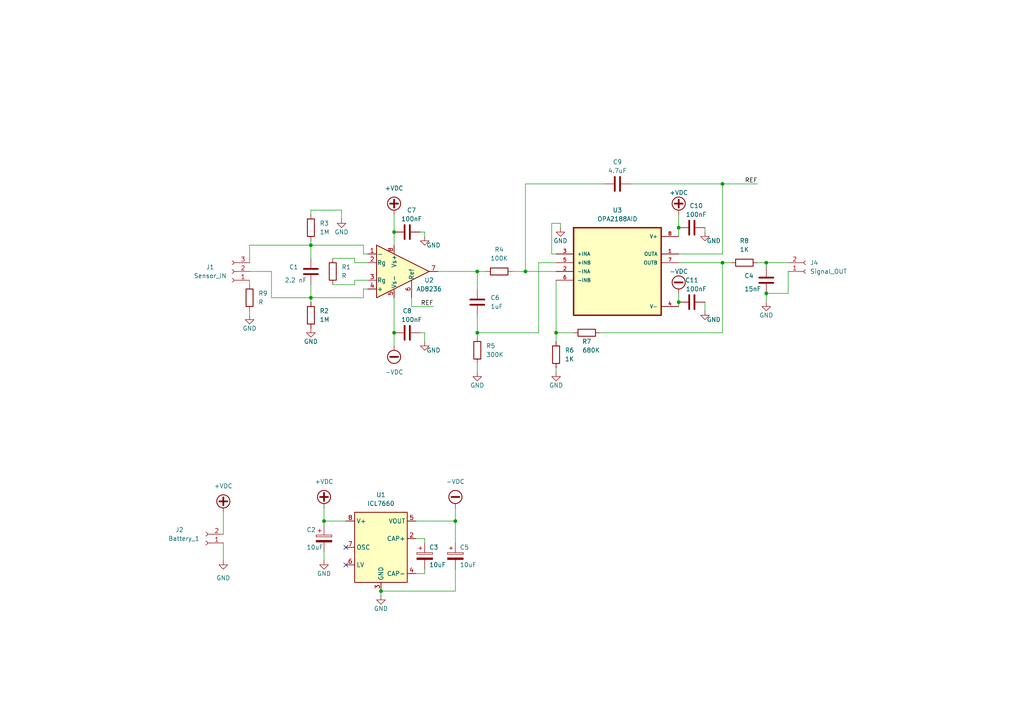
<source format=kicad_sch>
(kicad_sch (version 20211123) (generator eeschema)

  (uuid 709d6981-74a1-4603-ab9e-65d7535baf89)

  (paper "A4")

  (title_block
    (title "2-amplifier instrumentation bio-amplifier")
    (date "2023-04-11")
    (rev "1.0")
    (company "RehabExo Pty Ltd")
    (comment 1 "Dr Monzurul Alam")
  )

  (lib_symbols
    (symbol "Amplifier_Instrumentation:AD8236" (pin_names (offset 0.127)) (in_bom yes) (on_board yes)
      (property "Reference" "U" (id 0) (at 3.81 7.62 0)
        (effects (font (size 1.27 1.27)))
      )
      (property "Value" "AD8236" (id 1) (at 3.81 5.08 0)
        (effects (font (size 1.27 1.27)))
      )
      (property "Footprint" "" (id 2) (at -7.62 0 0)
        (effects (font (size 1.27 1.27)) hide)
      )
      (property "Datasheet" "https://www.analog.com/media/en/technical-documentation/data-sheets/AD8236.pdf" (id 3) (at 8.89 -10.16 0)
        (effects (font (size 1.27 1.27)) hide)
      )
      (property "ki_keywords" "single instumentation amplifier" (id 4) (at 0 0 0)
        (effects (font (size 1.27 1.27)) hide)
      )
      (property "ki_description" "Single 40 μA Micropower Instrumentation Amplifier with Zero Crossover Distortion, MSOP-8" (id 5) (at 0 0 0)
        (effects (font (size 1.27 1.27)) hide)
      )
      (property "ki_fp_filters" "SOIC*3.9x4.9mm*P1.27mm* MSOP*3x3mm*P0.65mm*" (id 6) (at 0 0 0)
        (effects (font (size 1.27 1.27)) hide)
      )
      (symbol "AD8236_0_1"
        (polyline
          (pts
            (xy -7.62 7.62)
            (xy -7.62 -7.62)
            (xy 7.62 0)
            (xy -7.62 7.62)
          )
          (stroke (width 0.254) (type default) (color 0 0 0 0))
          (fill (type background))
        )
      )
      (symbol "AD8236_1_1"
        (pin input line (at -10.16 5.08 0) (length 2.54)
          (name "-" (effects (font (size 1.27 1.27))))
          (number "1" (effects (font (size 1.27 1.27))))
        )
        (pin passive line (at -10.16 2.54 0) (length 2.54)
          (name "Rg" (effects (font (size 1.27 1.27))))
          (number "2" (effects (font (size 1.27 1.27))))
        )
        (pin passive line (at -10.16 -2.54 0) (length 2.54)
          (name "Rg" (effects (font (size 1.27 1.27))))
          (number "3" (effects (font (size 1.27 1.27))))
        )
        (pin input line (at -10.16 -5.08 0) (length 2.54)
          (name "+" (effects (font (size 1.27 1.27))))
          (number "4" (effects (font (size 1.27 1.27))))
        )
        (pin power_in line (at -2.54 -7.62 90) (length 2.54)
          (name "Vs-" (effects (font (size 1.27 1.27))))
          (number "5" (effects (font (size 1.27 1.27))))
        )
        (pin passive line (at 2.54 -7.62 90) (length 5.08)
          (name "Ref" (effects (font (size 1.27 1.27))))
          (number "6" (effects (font (size 1.27 1.27))))
        )
        (pin output line (at 10.16 0 180) (length 2.54)
          (name "~" (effects (font (size 1.27 1.27))))
          (number "7" (effects (font (size 1.27 1.27))))
        )
        (pin power_in line (at -2.54 7.62 270) (length 2.54)
          (name "Vs+" (effects (font (size 1.27 1.27))))
          (number "8" (effects (font (size 1.27 1.27))))
        )
      )
    )
    (symbol "Conn_01x02_Female_1" (pin_names (offset 1.016) hide) (in_bom yes) (on_board yes)
      (property "Reference" "J?" (id 0) (at 1.27 0.0001 0)
        (effects (font (size 1.27 1.27)) (justify left))
      )
      (property "Value" "Conn_01x02_Female_1" (id 1) (at 1.27 2.5401 0)
        (effects (font (size 1.27 1.27)) (justify left))
      )
      (property "Footprint" "" (id 2) (at 0 0 0)
        (effects (font (size 1.27 1.27)) hide)
      )
      (property "Datasheet" "~" (id 3) (at 0 0 0)
        (effects (font (size 1.27 1.27)) hide)
      )
      (property "ki_keywords" "connector" (id 4) (at 0 0 0)
        (effects (font (size 1.27 1.27)) hide)
      )
      (property "ki_description" "Generic connector, single row, 01x02, script generated (kicad-library-utils/schlib/autogen/connector/)" (id 5) (at 0 0 0)
        (effects (font (size 1.27 1.27)) hide)
      )
      (property "ki_fp_filters" "Connector*:*_1x??_*" (id 6) (at 0 0 0)
        (effects (font (size 1.27 1.27)) hide)
      )
      (symbol "Conn_01x02_Female_1_1_1"
        (polyline
          (pts
            (xy -1.27 0)
            (xy -0.508 0)
          )
          (stroke (width 0.1524) (type default) (color 0 0 0 0))
          (fill (type none))
        )
        (polyline
          (pts
            (xy -1.27 2.54)
            (xy -0.508 2.54)
          )
          (stroke (width 0.1524) (type default) (color 0 0 0 0))
          (fill (type none))
        )
        (arc (start 0 0.508) (mid -0.508 0) (end 0 -0.508)
          (stroke (width 0.1524) (type default) (color 0 0 0 0))
          (fill (type none))
        )
        (arc (start 0 3.048) (mid -0.508 2.54) (end 0 2.032)
          (stroke (width 0.1524) (type default) (color 0 0 0 0))
          (fill (type none))
        )
        (pin passive line (at -5.08 0 0) (length 3.81)
          (name "Pin_1" (effects (font (size 1.27 1.27))))
          (number "1" (effects (font (size 1.27 1.27))))
        )
        (pin passive line (at -5.08 2.54 0) (length 3.81)
          (name "Pin_2" (effects (font (size 1.27 1.27))))
          (number "2" (effects (font (size 1.27 1.27))))
        )
      )
    )
    (symbol "Connector:Conn_01x02_Female" (pin_names (offset 1.016) hide) (in_bom yes) (on_board yes)
      (property "Reference" "J" (id 0) (at 0 2.54 0)
        (effects (font (size 1.27 1.27)))
      )
      (property "Value" "Conn_01x02_Female" (id 1) (at 0 -5.08 0)
        (effects (font (size 1.27 1.27)))
      )
      (property "Footprint" "" (id 2) (at 0 0 0)
        (effects (font (size 1.27 1.27)) hide)
      )
      (property "Datasheet" "~" (id 3) (at 0 0 0)
        (effects (font (size 1.27 1.27)) hide)
      )
      (property "ki_keywords" "connector" (id 4) (at 0 0 0)
        (effects (font (size 1.27 1.27)) hide)
      )
      (property "ki_description" "Generic connector, single row, 01x02, script generated (kicad-library-utils/schlib/autogen/connector/)" (id 5) (at 0 0 0)
        (effects (font (size 1.27 1.27)) hide)
      )
      (property "ki_fp_filters" "Connector*:*_1x??_*" (id 6) (at 0 0 0)
        (effects (font (size 1.27 1.27)) hide)
      )
      (symbol "Conn_01x02_Female_1_1"
        (arc (start 0 -2.032) (mid -0.508 -2.54) (end 0 -3.048)
          (stroke (width 0.1524) (type default) (color 0 0 0 0))
          (fill (type none))
        )
        (polyline
          (pts
            (xy -1.27 -2.54)
            (xy -0.508 -2.54)
          )
          (stroke (width 0.1524) (type default) (color 0 0 0 0))
          (fill (type none))
        )
        (polyline
          (pts
            (xy -1.27 0)
            (xy -0.508 0)
          )
          (stroke (width 0.1524) (type default) (color 0 0 0 0))
          (fill (type none))
        )
        (arc (start 0 0.508) (mid -0.508 0) (end 0 -0.508)
          (stroke (width 0.1524) (type default) (color 0 0 0 0))
          (fill (type none))
        )
        (pin passive line (at -5.08 0 0) (length 3.81)
          (name "Pin_1" (effects (font (size 1.27 1.27))))
          (number "1" (effects (font (size 1.27 1.27))))
        )
        (pin passive line (at -5.08 -2.54 0) (length 3.81)
          (name "Pin_2" (effects (font (size 1.27 1.27))))
          (number "2" (effects (font (size 1.27 1.27))))
        )
      )
    )
    (symbol "Connector:Conn_01x03_Female" (pin_names (offset 1.016) hide) (in_bom yes) (on_board yes)
      (property "Reference" "J" (id 0) (at 0 5.08 0)
        (effects (font (size 1.27 1.27)))
      )
      (property "Value" "Conn_01x03_Female" (id 1) (at 0 -5.08 0)
        (effects (font (size 1.27 1.27)))
      )
      (property "Footprint" "" (id 2) (at 0 0 0)
        (effects (font (size 1.27 1.27)) hide)
      )
      (property "Datasheet" "~" (id 3) (at 0 0 0)
        (effects (font (size 1.27 1.27)) hide)
      )
      (property "ki_keywords" "connector" (id 4) (at 0 0 0)
        (effects (font (size 1.27 1.27)) hide)
      )
      (property "ki_description" "Generic connector, single row, 01x03, script generated (kicad-library-utils/schlib/autogen/connector/)" (id 5) (at 0 0 0)
        (effects (font (size 1.27 1.27)) hide)
      )
      (property "ki_fp_filters" "Connector*:*_1x??_*" (id 6) (at 0 0 0)
        (effects (font (size 1.27 1.27)) hide)
      )
      (symbol "Conn_01x03_Female_1_1"
        (arc (start 0 -2.032) (mid -0.508 -2.54) (end 0 -3.048)
          (stroke (width 0.1524) (type default) (color 0 0 0 0))
          (fill (type none))
        )
        (polyline
          (pts
            (xy -1.27 -2.54)
            (xy -0.508 -2.54)
          )
          (stroke (width 0.1524) (type default) (color 0 0 0 0))
          (fill (type none))
        )
        (polyline
          (pts
            (xy -1.27 0)
            (xy -0.508 0)
          )
          (stroke (width 0.1524) (type default) (color 0 0 0 0))
          (fill (type none))
        )
        (polyline
          (pts
            (xy -1.27 2.54)
            (xy -0.508 2.54)
          )
          (stroke (width 0.1524) (type default) (color 0 0 0 0))
          (fill (type none))
        )
        (arc (start 0 0.508) (mid -0.508 0) (end 0 -0.508)
          (stroke (width 0.1524) (type default) (color 0 0 0 0))
          (fill (type none))
        )
        (arc (start 0 3.048) (mid -0.508 2.54) (end 0 2.032)
          (stroke (width 0.1524) (type default) (color 0 0 0 0))
          (fill (type none))
        )
        (pin passive line (at -5.08 2.54 0) (length 3.81)
          (name "Pin_1" (effects (font (size 1.27 1.27))))
          (number "1" (effects (font (size 1.27 1.27))))
        )
        (pin passive line (at -5.08 0 0) (length 3.81)
          (name "Pin_2" (effects (font (size 1.27 1.27))))
          (number "2" (effects (font (size 1.27 1.27))))
        )
        (pin passive line (at -5.08 -2.54 0) (length 3.81)
          (name "Pin_3" (effects (font (size 1.27 1.27))))
          (number "3" (effects (font (size 1.27 1.27))))
        )
      )
    )
    (symbol "Device:C" (pin_numbers hide) (pin_names (offset 0.254)) (in_bom yes) (on_board yes)
      (property "Reference" "C" (id 0) (at 0.635 2.54 0)
        (effects (font (size 1.27 1.27)) (justify left))
      )
      (property "Value" "C" (id 1) (at 0.635 -2.54 0)
        (effects (font (size 1.27 1.27)) (justify left))
      )
      (property "Footprint" "" (id 2) (at 0.9652 -3.81 0)
        (effects (font (size 1.27 1.27)) hide)
      )
      (property "Datasheet" "~" (id 3) (at 0 0 0)
        (effects (font (size 1.27 1.27)) hide)
      )
      (property "ki_keywords" "cap capacitor" (id 4) (at 0 0 0)
        (effects (font (size 1.27 1.27)) hide)
      )
      (property "ki_description" "Unpolarized capacitor" (id 5) (at 0 0 0)
        (effects (font (size 1.27 1.27)) hide)
      )
      (property "ki_fp_filters" "C_*" (id 6) (at 0 0 0)
        (effects (font (size 1.27 1.27)) hide)
      )
      (symbol "C_0_1"
        (polyline
          (pts
            (xy -2.032 -0.762)
            (xy 2.032 -0.762)
          )
          (stroke (width 0.508) (type default) (color 0 0 0 0))
          (fill (type none))
        )
        (polyline
          (pts
            (xy -2.032 0.762)
            (xy 2.032 0.762)
          )
          (stroke (width 0.508) (type default) (color 0 0 0 0))
          (fill (type none))
        )
      )
      (symbol "C_1_1"
        (pin passive line (at 0 3.81 270) (length 2.794)
          (name "~" (effects (font (size 1.27 1.27))))
          (number "1" (effects (font (size 1.27 1.27))))
        )
        (pin passive line (at 0 -3.81 90) (length 2.794)
          (name "~" (effects (font (size 1.27 1.27))))
          (number "2" (effects (font (size 1.27 1.27))))
        )
      )
    )
    (symbol "Device:C_Polarized" (pin_numbers hide) (pin_names (offset 0.254)) (in_bom yes) (on_board yes)
      (property "Reference" "C" (id 0) (at 0.635 2.54 0)
        (effects (font (size 1.27 1.27)) (justify left))
      )
      (property "Value" "C_Polarized" (id 1) (at 0.635 -2.54 0)
        (effects (font (size 1.27 1.27)) (justify left))
      )
      (property "Footprint" "" (id 2) (at 0.9652 -3.81 0)
        (effects (font (size 1.27 1.27)) hide)
      )
      (property "Datasheet" "~" (id 3) (at 0 0 0)
        (effects (font (size 1.27 1.27)) hide)
      )
      (property "ki_keywords" "cap capacitor" (id 4) (at 0 0 0)
        (effects (font (size 1.27 1.27)) hide)
      )
      (property "ki_description" "Polarized capacitor" (id 5) (at 0 0 0)
        (effects (font (size 1.27 1.27)) hide)
      )
      (property "ki_fp_filters" "CP_*" (id 6) (at 0 0 0)
        (effects (font (size 1.27 1.27)) hide)
      )
      (symbol "C_Polarized_0_1"
        (rectangle (start -2.286 0.508) (end 2.286 1.016)
          (stroke (width 0) (type default) (color 0 0 0 0))
          (fill (type none))
        )
        (polyline
          (pts
            (xy -1.778 2.286)
            (xy -0.762 2.286)
          )
          (stroke (width 0) (type default) (color 0 0 0 0))
          (fill (type none))
        )
        (polyline
          (pts
            (xy -1.27 2.794)
            (xy -1.27 1.778)
          )
          (stroke (width 0) (type default) (color 0 0 0 0))
          (fill (type none))
        )
        (rectangle (start 2.286 -0.508) (end -2.286 -1.016)
          (stroke (width 0) (type default) (color 0 0 0 0))
          (fill (type outline))
        )
      )
      (symbol "C_Polarized_1_1"
        (pin passive line (at 0 3.81 270) (length 2.794)
          (name "~" (effects (font (size 1.27 1.27))))
          (number "1" (effects (font (size 1.27 1.27))))
        )
        (pin passive line (at 0 -3.81 90) (length 2.794)
          (name "~" (effects (font (size 1.27 1.27))))
          (number "2" (effects (font (size 1.27 1.27))))
        )
      )
    )
    (symbol "Device:R" (pin_numbers hide) (pin_names (offset 0)) (in_bom yes) (on_board yes)
      (property "Reference" "R" (id 0) (at 2.032 0 90)
        (effects (font (size 1.27 1.27)))
      )
      (property "Value" "R" (id 1) (at 0 0 90)
        (effects (font (size 1.27 1.27)))
      )
      (property "Footprint" "" (id 2) (at -1.778 0 90)
        (effects (font (size 1.27 1.27)) hide)
      )
      (property "Datasheet" "~" (id 3) (at 0 0 0)
        (effects (font (size 1.27 1.27)) hide)
      )
      (property "ki_keywords" "R res resistor" (id 4) (at 0 0 0)
        (effects (font (size 1.27 1.27)) hide)
      )
      (property "ki_description" "Resistor" (id 5) (at 0 0 0)
        (effects (font (size 1.27 1.27)) hide)
      )
      (property "ki_fp_filters" "R_*" (id 6) (at 0 0 0)
        (effects (font (size 1.27 1.27)) hide)
      )
      (symbol "R_0_1"
        (rectangle (start -1.016 -2.54) (end 1.016 2.54)
          (stroke (width 0.254) (type default) (color 0 0 0 0))
          (fill (type none))
        )
      )
      (symbol "R_1_1"
        (pin passive line (at 0 3.81 270) (length 1.27)
          (name "~" (effects (font (size 1.27 1.27))))
          (number "1" (effects (font (size 1.27 1.27))))
        )
        (pin passive line (at 0 -3.81 90) (length 1.27)
          (name "~" (effects (font (size 1.27 1.27))))
          (number "2" (effects (font (size 1.27 1.27))))
        )
      )
    )
    (symbol "OPA2188AID:OPA2188AID" (pin_names (offset 1.016)) (in_bom yes) (on_board yes)
      (property "Reference" "U" (id 0) (at -12.7 13.7 0)
        (effects (font (size 1.27 1.27)) (justify left bottom))
      )
      (property "Value" "OPA2188AID" (id 1) (at -12.7 -16.7 0)
        (effects (font (size 1.27 1.27)) (justify left bottom))
      )
      (property "Footprint" "SOIC127P599X175-8N" (id 2) (at 0 0 0)
        (effects (font (size 1.27 1.27)) (justify bottom) hide)
      )
      (property "Datasheet" "" (id 3) (at 0 0 0)
        (effects (font (size 1.27 1.27)) hide)
      )
      (symbol "OPA2188AID_0_0"
        (rectangle (start -12.7 -12.7) (end 12.7 12.7)
          (stroke (width 0.41) (type default) (color 0 0 0 0))
          (fill (type background))
        )
        (pin output line (at 17.78 5.08 180) (length 5.08)
          (name "OUTA" (effects (font (size 1.016 1.016))))
          (number "1" (effects (font (size 1.016 1.016))))
        )
        (pin input line (at -17.78 0 0) (length 5.08)
          (name "-INA" (effects (font (size 1.016 1.016))))
          (number "2" (effects (font (size 1.016 1.016))))
        )
        (pin input line (at -17.78 5.08 0) (length 5.08)
          (name "+INA" (effects (font (size 1.016 1.016))))
          (number "3" (effects (font (size 1.016 1.016))))
        )
        (pin power_in line (at 17.78 -10.16 180) (length 5.08)
          (name "V-" (effects (font (size 1.016 1.016))))
          (number "4" (effects (font (size 1.016 1.016))))
        )
        (pin input line (at -17.78 2.54 0) (length 5.08)
          (name "+INB" (effects (font (size 1.016 1.016))))
          (number "5" (effects (font (size 1.016 1.016))))
        )
        (pin input line (at -17.78 -2.54 0) (length 5.08)
          (name "-INB" (effects (font (size 1.016 1.016))))
          (number "6" (effects (font (size 1.016 1.016))))
        )
        (pin output line (at 17.78 2.54 180) (length 5.08)
          (name "OUTB" (effects (font (size 1.016 1.016))))
          (number "7" (effects (font (size 1.016 1.016))))
        )
        (pin power_in line (at 17.78 10.16 180) (length 5.08)
          (name "V+" (effects (font (size 1.016 1.016))))
          (number "8" (effects (font (size 1.016 1.016))))
        )
      )
    )
    (symbol "Regulator_SwitchedCapacitor:ICL7660" (in_bom yes) (on_board yes)
      (property "Reference" "U" (id 0) (at -6.35 11.43 0)
        (effects (font (size 1.27 1.27)))
      )
      (property "Value" "ICL7660" (id 1) (at 3.81 11.43 0)
        (effects (font (size 1.27 1.27)))
      )
      (property "Footprint" "" (id 2) (at 2.54 -2.54 0)
        (effects (font (size 1.27 1.27)) hide)
      )
      (property "Datasheet" "http://datasheets.maximintegrated.com/en/ds/ICL7660-MAX1044.pdf" (id 3) (at 2.54 -2.54 0)
        (effects (font (size 1.27 1.27)) hide)
      )
      (property "ki_keywords" "monolithic CMOS switched capacitor voltage converter invert double divide multiply" (id 4) (at 0 0 0)
        (effects (font (size 1.27 1.27)) hide)
      )
      (property "ki_description" "Switched-Capacitor Voltage Converter, 1.5V to 10.0V operating supply voltage, 10mA with a 0.5V output drop, SO-8/DIP-8/µMAX-8/TO-99" (id 5) (at 0 0 0)
        (effects (font (size 1.27 1.27)) hide)
      )
      (property "ki_fp_filters" "DIP*W7.62mm* SOIC*3.9x4.9mm* MSOP*3x3mm*P0.65mm* TO?99*" (id 6) (at 0 0 0)
        (effects (font (size 1.27 1.27)) hide)
      )
      (symbol "ICL7660_0_1"
        (rectangle (start -7.62 10.16) (end 7.62 -10.16)
          (stroke (width 0.254) (type default) (color 0 0 0 0))
          (fill (type background))
        )
      )
      (symbol "ICL7660_1_1"
        (pin no_connect line (at -7.62 5.08 0) (length 2.54) hide
          (name "NC" (effects (font (size 1.27 1.27))))
          (number "1" (effects (font (size 1.27 1.27))))
        )
        (pin input line (at 10.16 2.54 180) (length 2.54)
          (name "CAP+" (effects (font (size 1.27 1.27))))
          (number "2" (effects (font (size 1.27 1.27))))
        )
        (pin power_in line (at 0 -12.7 90) (length 2.54)
          (name "GND" (effects (font (size 1.27 1.27))))
          (number "3" (effects (font (size 1.27 1.27))))
        )
        (pin input line (at 10.16 -7.62 180) (length 2.54)
          (name "CAP-" (effects (font (size 1.27 1.27))))
          (number "4" (effects (font (size 1.27 1.27))))
        )
        (pin power_out line (at 10.16 7.62 180) (length 2.54)
          (name "VOUT" (effects (font (size 1.27 1.27))))
          (number "5" (effects (font (size 1.27 1.27))))
        )
        (pin input line (at -10.16 -5.08 0) (length 2.54)
          (name "LV" (effects (font (size 1.27 1.27))))
          (number "6" (effects (font (size 1.27 1.27))))
        )
        (pin input line (at -10.16 0 0) (length 2.54)
          (name "OSC" (effects (font (size 1.27 1.27))))
          (number "7" (effects (font (size 1.27 1.27))))
        )
        (pin power_in line (at -10.16 7.62 0) (length 2.54)
          (name "V+" (effects (font (size 1.27 1.27))))
          (number "8" (effects (font (size 1.27 1.27))))
        )
      )
    )
    (symbol "power:+VDC" (power) (pin_names (offset 0)) (in_bom yes) (on_board yes)
      (property "Reference" "#PWR" (id 0) (at 0 -2.54 0)
        (effects (font (size 1.27 1.27)) hide)
      )
      (property "Value" "+VDC" (id 1) (at 0 6.35 0)
        (effects (font (size 1.27 1.27)))
      )
      (property "Footprint" "" (id 2) (at 0 0 0)
        (effects (font (size 1.27 1.27)) hide)
      )
      (property "Datasheet" "" (id 3) (at 0 0 0)
        (effects (font (size 1.27 1.27)) hide)
      )
      (property "ki_keywords" "power-flag" (id 4) (at 0 0 0)
        (effects (font (size 1.27 1.27)) hide)
      )
      (property "ki_description" "Power symbol creates a global label with name \"+VDC\"" (id 5) (at 0 0 0)
        (effects (font (size 1.27 1.27)) hide)
      )
      (symbol "+VDC_0_1"
        (polyline
          (pts
            (xy -1.143 3.175)
            (xy 1.143 3.175)
          )
          (stroke (width 0.508) (type default) (color 0 0 0 0))
          (fill (type none))
        )
        (polyline
          (pts
            (xy 0 0)
            (xy 0 1.27)
          )
          (stroke (width 0) (type default) (color 0 0 0 0))
          (fill (type none))
        )
        (polyline
          (pts
            (xy 0 2.032)
            (xy 0 4.318)
          )
          (stroke (width 0.508) (type default) (color 0 0 0 0))
          (fill (type none))
        )
        (circle (center 0 3.175) (radius 1.905)
          (stroke (width 0.254) (type default) (color 0 0 0 0))
          (fill (type none))
        )
      )
      (symbol "+VDC_1_1"
        (pin power_in line (at 0 0 90) (length 0) hide
          (name "+VDC" (effects (font (size 1.27 1.27))))
          (number "1" (effects (font (size 1.27 1.27))))
        )
      )
    )
    (symbol "power:-VDC" (power) (pin_names (offset 0)) (in_bom yes) (on_board yes)
      (property "Reference" "#PWR" (id 0) (at 0 -2.54 0)
        (effects (font (size 1.27 1.27)) hide)
      )
      (property "Value" "-VDC" (id 1) (at 0 6.35 0)
        (effects (font (size 1.27 1.27)))
      )
      (property "Footprint" "" (id 2) (at 0 0 0)
        (effects (font (size 1.27 1.27)) hide)
      )
      (property "Datasheet" "" (id 3) (at 0 0 0)
        (effects (font (size 1.27 1.27)) hide)
      )
      (property "ki_keywords" "power-flag" (id 4) (at 0 0 0)
        (effects (font (size 1.27 1.27)) hide)
      )
      (property "ki_description" "Power symbol creates a global label with name \"-VDC\"" (id 5) (at 0 0 0)
        (effects (font (size 1.27 1.27)) hide)
      )
      (symbol "-VDC_0_1"
        (polyline
          (pts
            (xy -1.143 3.175)
            (xy 1.143 3.175)
          )
          (stroke (width 0.508) (type default) (color 0 0 0 0))
          (fill (type none))
        )
        (polyline
          (pts
            (xy 0 0)
            (xy 0 1.27)
          )
          (stroke (width 0) (type default) (color 0 0 0 0))
          (fill (type none))
        )
        (circle (center 0 3.175) (radius 1.905)
          (stroke (width 0.254) (type default) (color 0 0 0 0))
          (fill (type none))
        )
      )
      (symbol "-VDC_1_1"
        (pin power_in line (at 0 0 90) (length 0) hide
          (name "-VDC" (effects (font (size 1.27 1.27))))
          (number "1" (effects (font (size 1.27 1.27))))
        )
      )
    )
    (symbol "power:GND" (power) (pin_names (offset 0)) (in_bom yes) (on_board yes)
      (property "Reference" "#PWR" (id 0) (at 0 -6.35 0)
        (effects (font (size 1.27 1.27)) hide)
      )
      (property "Value" "GND" (id 1) (at 0 -3.81 0)
        (effects (font (size 1.27 1.27)))
      )
      (property "Footprint" "" (id 2) (at 0 0 0)
        (effects (font (size 1.27 1.27)) hide)
      )
      (property "Datasheet" "" (id 3) (at 0 0 0)
        (effects (font (size 1.27 1.27)) hide)
      )
      (property "ki_keywords" "power-flag" (id 4) (at 0 0 0)
        (effects (font (size 1.27 1.27)) hide)
      )
      (property "ki_description" "Power symbol creates a global label with name \"GND\" , ground" (id 5) (at 0 0 0)
        (effects (font (size 1.27 1.27)) hide)
      )
      (symbol "GND_0_1"
        (polyline
          (pts
            (xy 0 0)
            (xy 0 -1.27)
            (xy 1.27 -1.27)
            (xy 0 -2.54)
            (xy -1.27 -1.27)
            (xy 0 -1.27)
          )
          (stroke (width 0) (type default) (color 0 0 0 0))
          (fill (type none))
        )
      )
      (symbol "GND_1_1"
        (pin power_in line (at 0 0 270) (length 0) hide
          (name "GND" (effects (font (size 1.27 1.27))))
          (number "1" (effects (font (size 1.27 1.27))))
        )
      )
    )
  )


  (junction (at 114.3 67.31) (diameter 0) (color 0 0 0 0)
    (uuid 10a045de-0eee-4083-b56d-4b0f1aa1f112)
  )
  (junction (at 132.08 151.13) (diameter 0) (color 0 0 0 0)
    (uuid 1a657991-5c9c-41a4-9f2e-22f0c7450b3a)
  )
  (junction (at 110.49 171.45) (diameter 0) (color 0 0 0 0)
    (uuid 37c732a1-cf44-4113-843f-85a5910958ec)
  )
  (junction (at 138.43 78.74) (diameter 0) (color 0 0 0 0)
    (uuid 43d185b0-fe5f-4dd0-a2ce-d974b2698277)
  )
  (junction (at 90.17 86.36) (diameter 0) (color 0 0 0 0)
    (uuid 44609985-6238-4283-b109-1d861a17b141)
  )
  (junction (at 196.85 87.63) (diameter 0) (color 0 0 0 0)
    (uuid 69ec6a8f-514f-467a-bc39-aa3edc63709a)
  )
  (junction (at 196.85 66.04) (diameter 0) (color 0 0 0 0)
    (uuid 78a7ef23-cbc0-493f-abb3-600b82906562)
  )
  (junction (at 161.29 96.52) (diameter 0) (color 0 0 0 0)
    (uuid a1daa86f-1d30-48b9-8261-1d71a9c65305)
  )
  (junction (at 222.25 85.09) (diameter 0) (color 0 0 0 0)
    (uuid b4a037f1-4af3-4743-b04f-64fe94d20c28)
  )
  (junction (at 114.3 96.52) (diameter 0) (color 0 0 0 0)
    (uuid bcad9651-4e2c-4e99-a65a-a2ba5bf53158)
  )
  (junction (at 209.55 76.2) (diameter 0) (color 0 0 0 0)
    (uuid c1e80e43-e358-44eb-8118-d0f5ccb92544)
  )
  (junction (at 222.25 76.2) (diameter 0) (color 0 0 0 0)
    (uuid c3d0dd01-f48e-4779-a2ce-88dcf22ba5f6)
  )
  (junction (at 152.4 78.74) (diameter 0) (color 0 0 0 0)
    (uuid c6a661dd-9248-4c2e-b007-55b3fb2df46f)
  )
  (junction (at 209.55 53.34) (diameter 0) (color 0 0 0 0)
    (uuid cd70c484-adbd-4e9d-93a4-6775806b1d03)
  )
  (junction (at 90.17 71.12) (diameter 0) (color 0 0 0 0)
    (uuid e6c1ba5d-5f8c-4fab-856d-994058620244)
  )
  (junction (at 138.43 96.52) (diameter 0) (color 0 0 0 0)
    (uuid e9e810cf-56e2-491e-89ea-272999d2fe85)
  )
  (junction (at 93.98 151.13) (diameter 0) (color 0 0 0 0)
    (uuid ee86ad28-2e8a-4b4f-a90f-b244d52f0462)
  )

  (no_connect (at 100.33 158.75) (uuid c5ed04ff-a810-4989-b637-8cc763ae2ab6))
  (no_connect (at 100.33 163.83) (uuid d7b44d07-2cb6-4c10-bad9-adf2185ee6fd))

  (wire (pts (xy 209.55 76.2) (xy 212.09 76.2))
    (stroke (width 0) (type default) (color 0 0 0 0))
    (uuid 01eefc9b-1634-46d9-8a43-35e29ddd39a1)
  )
  (wire (pts (xy 156.21 76.2) (xy 156.21 96.52))
    (stroke (width 0) (type default) (color 0 0 0 0))
    (uuid 0359d57e-050a-4b08-9c5f-e8df6f69592d)
  )
  (wire (pts (xy 96.52 74.93) (xy 102.87 74.93))
    (stroke (width 0) (type default) (color 0 0 0 0))
    (uuid 0659a2da-c83a-43f0-8a89-9a717202c70d)
  )
  (wire (pts (xy 64.77 157.48) (xy 64.77 162.56))
    (stroke (width 0) (type default) (color 0 0 0 0))
    (uuid 0831495f-8c45-4ca1-9bf5-b74bf27589bd)
  )
  (wire (pts (xy 102.87 76.2) (xy 102.87 74.93))
    (stroke (width 0) (type default) (color 0 0 0 0))
    (uuid 0a338186-3fda-4cd9-a4f4-45880466426f)
  )
  (wire (pts (xy 161.29 106.68) (xy 161.29 107.95))
    (stroke (width 0) (type default) (color 0 0 0 0))
    (uuid 0a7c09a1-4a18-4cf7-bd07-107293a4130f)
  )
  (wire (pts (xy 162.56 64.77) (xy 162.56 66.04))
    (stroke (width 0) (type default) (color 0 0 0 0))
    (uuid 0cc4f245-dabd-4e06-b5bc-7004cabad9c4)
  )
  (wire (pts (xy 156.21 96.52) (xy 138.43 96.52))
    (stroke (width 0) (type default) (color 0 0 0 0))
    (uuid 0d0deada-32dd-436e-b8e0-393d16db0ae1)
  )
  (wire (pts (xy 204.47 87.63) (xy 204.47 90.17))
    (stroke (width 0) (type default) (color 0 0 0 0))
    (uuid 0d298cbf-6272-4d1c-8efe-f5a96144aaf2)
  )
  (wire (pts (xy 120.65 151.13) (xy 132.08 151.13))
    (stroke (width 0) (type default) (color 0 0 0 0))
    (uuid 15ddbae8-4879-44da-8c42-497366b84781)
  )
  (wire (pts (xy 72.39 71.12) (xy 90.17 71.12))
    (stroke (width 0) (type default) (color 0 0 0 0))
    (uuid 16242a32-22fe-47dd-8d86-578713ed69c2)
  )
  (wire (pts (xy 123.19 67.31) (xy 121.92 67.31))
    (stroke (width 0) (type default) (color 0 0 0 0))
    (uuid 1a7369ba-3153-4c62-a89b-18ce067db956)
  )
  (wire (pts (xy 228.6 85.09) (xy 222.25 85.09))
    (stroke (width 0) (type default) (color 0 0 0 0))
    (uuid 1b2d4289-a1eb-4ee7-bdf1-7aabe5d5c861)
  )
  (wire (pts (xy 196.85 73.66) (xy 209.55 73.66))
    (stroke (width 0) (type default) (color 0 0 0 0))
    (uuid 2c33ddb5-97eb-432d-9105-8c3e57f53a42)
  )
  (wire (pts (xy 175.26 53.34) (xy 152.4 53.34))
    (stroke (width 0) (type default) (color 0 0 0 0))
    (uuid 2d42fe41-1250-408e-8db0-ca974d2e7c36)
  )
  (wire (pts (xy 222.25 85.09) (xy 222.25 87.63))
    (stroke (width 0) (type default) (color 0 0 0 0))
    (uuid 31348b87-08ff-4d89-82ad-607b8fcd1d46)
  )
  (wire (pts (xy 160.02 64.77) (xy 162.56 64.77))
    (stroke (width 0) (type default) (color 0 0 0 0))
    (uuid 31787cd8-3a90-4b7f-8575-9aedecea8b65)
  )
  (wire (pts (xy 138.43 105.41) (xy 138.43 107.95))
    (stroke (width 0) (type default) (color 0 0 0 0))
    (uuid 32dd42ea-2672-44ec-a472-feefb30881b4)
  )
  (wire (pts (xy 123.19 165.1) (xy 123.19 166.37))
    (stroke (width 0) (type default) (color 0 0 0 0))
    (uuid 33193802-955d-4a94-98cf-a3ed27526865)
  )
  (wire (pts (xy 123.19 157.48) (xy 123.19 156.21))
    (stroke (width 0) (type default) (color 0 0 0 0))
    (uuid 3d774050-1f75-473e-bdf5-d052504e6a25)
  )
  (wire (pts (xy 93.98 151.13) (xy 93.98 147.32))
    (stroke (width 0) (type default) (color 0 0 0 0))
    (uuid 3e6949fd-a9d6-4530-9145-d07c13ad2635)
  )
  (wire (pts (xy 138.43 78.74) (xy 138.43 83.82))
    (stroke (width 0) (type default) (color 0 0 0 0))
    (uuid 42c87af2-6738-4085-9da7-b1a9e847e4b0)
  )
  (wire (pts (xy 100.33 151.13) (xy 93.98 151.13))
    (stroke (width 0) (type default) (color 0 0 0 0))
    (uuid 42ec88f7-d7f3-40cf-8759-f8c5477df41e)
  )
  (wire (pts (xy 132.08 151.13) (xy 132.08 157.48))
    (stroke (width 0) (type default) (color 0 0 0 0))
    (uuid 4445e598-1c38-4291-936b-eafc95d0cf78)
  )
  (wire (pts (xy 152.4 78.74) (xy 161.29 78.74))
    (stroke (width 0) (type default) (color 0 0 0 0))
    (uuid 4bd2b458-84e5-4b38-89e5-96facfeeae14)
  )
  (wire (pts (xy 161.29 73.66) (xy 160.02 73.66))
    (stroke (width 0) (type default) (color 0 0 0 0))
    (uuid 4ecaa1ac-e3e1-4ce5-a51c-a140605885cf)
  )
  (wire (pts (xy 114.3 100.33) (xy 114.3 96.52))
    (stroke (width 0) (type default) (color 0 0 0 0))
    (uuid 507fff23-5011-43fc-b0be-f48a3c1431a5)
  )
  (wire (pts (xy 93.98 151.13) (xy 93.98 152.4))
    (stroke (width 0) (type default) (color 0 0 0 0))
    (uuid 5125c4d9-cf5c-4fe5-9dc8-c939e40fcd6f)
  )
  (wire (pts (xy 90.17 60.96) (xy 99.06 60.96))
    (stroke (width 0) (type default) (color 0 0 0 0))
    (uuid 526d1c3c-697c-40ba-9012-24daf86e7dc1)
  )
  (wire (pts (xy 119.38 86.36) (xy 119.38 88.9))
    (stroke (width 0) (type default) (color 0 0 0 0))
    (uuid 536dc559-1149-4cb7-a04b-0f2244a0f910)
  )
  (wire (pts (xy 148.59 78.74) (xy 152.4 78.74))
    (stroke (width 0) (type default) (color 0 0 0 0))
    (uuid 553e405d-c9f7-4c0f-9ed0-03ad86f3e620)
  )
  (wire (pts (xy 196.85 66.04) (xy 196.85 68.58))
    (stroke (width 0) (type default) (color 0 0 0 0))
    (uuid 562b9790-7776-485b-83f1-af2b345fbedb)
  )
  (wire (pts (xy 161.29 76.2) (xy 156.21 76.2))
    (stroke (width 0) (type default) (color 0 0 0 0))
    (uuid 5e2d26fc-d214-47c6-a66f-ad071485f78f)
  )
  (wire (pts (xy 152.4 53.34) (xy 152.4 78.74))
    (stroke (width 0) (type default) (color 0 0 0 0))
    (uuid 5e609b01-be40-4e99-9f46-edd8fe0e754f)
  )
  (wire (pts (xy 99.06 60.96) (xy 99.06 63.5))
    (stroke (width 0) (type default) (color 0 0 0 0))
    (uuid 60f8fb90-30b1-4c63-b233-577c752b331e)
  )
  (wire (pts (xy 78.74 78.74) (xy 78.74 86.36))
    (stroke (width 0) (type default) (color 0 0 0 0))
    (uuid 6235f2dd-937e-46d2-8366-469cf066ce1a)
  )
  (wire (pts (xy 78.74 86.36) (xy 90.17 86.36))
    (stroke (width 0) (type default) (color 0 0 0 0))
    (uuid 627394b9-6a65-4b2e-9ad6-6462f3c0a4d0)
  )
  (wire (pts (xy 161.29 96.52) (xy 166.37 96.52))
    (stroke (width 0) (type default) (color 0 0 0 0))
    (uuid 63c4b5ee-273d-4695-a284-68a4718089b8)
  )
  (wire (pts (xy 219.71 76.2) (xy 222.25 76.2))
    (stroke (width 0) (type default) (color 0 0 0 0))
    (uuid 64ff0512-9f32-4618-8714-99ac5b54a8f9)
  )
  (wire (pts (xy 105.41 73.66) (xy 106.68 73.66))
    (stroke (width 0) (type default) (color 0 0 0 0))
    (uuid 6662df1b-7d96-4dce-b1f3-bb2fdd0279ed)
  )
  (wire (pts (xy 127 78.74) (xy 138.43 78.74))
    (stroke (width 0) (type default) (color 0 0 0 0))
    (uuid 68bc7272-14f0-4cb0-9edd-b803f812ed18)
  )
  (wire (pts (xy 64.77 148.59) (xy 64.77 154.94))
    (stroke (width 0) (type default) (color 0 0 0 0))
    (uuid 6ab14678-77ec-4959-a6f1-0c64894f4343)
  )
  (wire (pts (xy 196.85 76.2) (xy 209.55 76.2))
    (stroke (width 0) (type default) (color 0 0 0 0))
    (uuid 6bc1aa6f-f947-4a20-ade8-fd5c53b55682)
  )
  (wire (pts (xy 123.19 99.06) (xy 123.19 96.52))
    (stroke (width 0) (type default) (color 0 0 0 0))
    (uuid 6cf4dbf8-e333-442e-a8ac-65f05419846b)
  )
  (wire (pts (xy 132.08 151.13) (xy 132.08 147.32))
    (stroke (width 0) (type default) (color 0 0 0 0))
    (uuid 6d4529c3-e736-41f4-9e85-842fded7472a)
  )
  (wire (pts (xy 90.17 82.55) (xy 90.17 86.36))
    (stroke (width 0) (type default) (color 0 0 0 0))
    (uuid 71491cc3-6c94-4ca2-b5a2-6fd85ae3ca76)
  )
  (wire (pts (xy 209.55 76.2) (xy 209.55 96.52))
    (stroke (width 0) (type default) (color 0 0 0 0))
    (uuid 749c0d0e-f9d6-45b7-a811-8788215b75ec)
  )
  (wire (pts (xy 110.49 171.45) (xy 110.49 172.72))
    (stroke (width 0) (type default) (color 0 0 0 0))
    (uuid 7966563c-e279-4a7c-bf41-af45d42c4a74)
  )
  (wire (pts (xy 119.38 88.9) (xy 125.73 88.9))
    (stroke (width 0) (type default) (color 0 0 0 0))
    (uuid 7967419e-ecbf-4b64-bf4b-2a0e070ea84b)
  )
  (wire (pts (xy 123.19 96.52) (xy 121.92 96.52))
    (stroke (width 0) (type default) (color 0 0 0 0))
    (uuid 7c4dec0c-7dec-432b-83fc-0c19def1a4dc)
  )
  (wire (pts (xy 106.68 76.2) (xy 102.87 76.2))
    (stroke (width 0) (type default) (color 0 0 0 0))
    (uuid 80795905-dc7b-4e90-b024-1111e458eabe)
  )
  (wire (pts (xy 209.55 53.34) (xy 209.55 73.66))
    (stroke (width 0) (type default) (color 0 0 0 0))
    (uuid 8087d513-c61c-4d8e-8464-b5933d93ec20)
  )
  (wire (pts (xy 123.19 156.21) (xy 120.65 156.21))
    (stroke (width 0) (type default) (color 0 0 0 0))
    (uuid 9098a6bf-eae0-4636-90c3-6c2f5d9401fd)
  )
  (wire (pts (xy 114.3 86.36) (xy 114.3 96.52))
    (stroke (width 0) (type default) (color 0 0 0 0))
    (uuid 94a6b312-de08-40b9-a3a0-e463e394aab2)
  )
  (wire (pts (xy 123.19 166.37) (xy 120.65 166.37))
    (stroke (width 0) (type default) (color 0 0 0 0))
    (uuid 956f8a88-9acc-4e52-9280-d386fdb26e68)
  )
  (wire (pts (xy 123.19 68.58) (xy 123.19 67.31))
    (stroke (width 0) (type default) (color 0 0 0 0))
    (uuid 95b87752-7872-459d-a9d4-cc2050a32499)
  )
  (wire (pts (xy 209.55 53.34) (xy 219.71 53.34))
    (stroke (width 0) (type default) (color 0 0 0 0))
    (uuid 9660f1e8-bc2a-4646-9f5e-fbcdf8b70d94)
  )
  (wire (pts (xy 90.17 71.12) (xy 105.41 71.12))
    (stroke (width 0) (type default) (color 0 0 0 0))
    (uuid 97440c55-9cb4-4d63-95b0-228969ec98b4)
  )
  (wire (pts (xy 105.41 86.36) (xy 105.41 83.82))
    (stroke (width 0) (type default) (color 0 0 0 0))
    (uuid 976ea528-dd34-41c6-8827-2f91acb4fd84)
  )
  (wire (pts (xy 102.87 81.28) (xy 102.87 82.55))
    (stroke (width 0) (type default) (color 0 0 0 0))
    (uuid 9d866178-3c9e-41bc-bfab-3b75b43efcdc)
  )
  (wire (pts (xy 105.41 71.12) (xy 105.41 73.66))
    (stroke (width 0) (type default) (color 0 0 0 0))
    (uuid 9e075164-b0d3-4f6b-84bd-78a7f937e61d)
  )
  (wire (pts (xy 222.25 76.2) (xy 222.25 77.47))
    (stroke (width 0) (type default) (color 0 0 0 0))
    (uuid a620f242-47d0-421a-880d-c674a26672c2)
  )
  (wire (pts (xy 138.43 91.44) (xy 138.43 96.52))
    (stroke (width 0) (type default) (color 0 0 0 0))
    (uuid acf91972-29cb-4e23-85fc-d80e48204bb4)
  )
  (wire (pts (xy 138.43 96.52) (xy 138.43 97.79))
    (stroke (width 0) (type default) (color 0 0 0 0))
    (uuid ad8bec08-5957-46d1-92df-f70164f602be)
  )
  (wire (pts (xy 161.29 96.52) (xy 161.29 99.06))
    (stroke (width 0) (type default) (color 0 0 0 0))
    (uuid aff660ca-7fb1-41d2-bf67-89f2fe61100b)
  )
  (wire (pts (xy 132.08 165.1) (xy 132.08 171.45))
    (stroke (width 0) (type default) (color 0 0 0 0))
    (uuid b2d11b31-1b82-4d0c-a24f-3ecd947114ec)
  )
  (wire (pts (xy 173.99 96.52) (xy 209.55 96.52))
    (stroke (width 0) (type default) (color 0 0 0 0))
    (uuid b3a3c6aa-1799-4834-851c-6c169fd93e3f)
  )
  (wire (pts (xy 90.17 71.12) (xy 90.17 74.93))
    (stroke (width 0) (type default) (color 0 0 0 0))
    (uuid b47ead02-74f1-4086-abc3-bd0803d2b61f)
  )
  (wire (pts (xy 90.17 62.23) (xy 90.17 60.96))
    (stroke (width 0) (type default) (color 0 0 0 0))
    (uuid b70a2ccc-88fc-4e97-9666-dbd07c70bf3e)
  )
  (wire (pts (xy 72.39 90.17) (xy 72.39 91.44))
    (stroke (width 0) (type default) (color 0 0 0 0))
    (uuid bc4b621e-797d-48d9-8dbf-c2ad1e7c7765)
  )
  (wire (pts (xy 114.3 62.23) (xy 114.3 67.31))
    (stroke (width 0) (type default) (color 0 0 0 0))
    (uuid bdbde697-4ef0-4f20-a332-85bc8dc02a96)
  )
  (wire (pts (xy 161.29 81.28) (xy 161.29 96.52))
    (stroke (width 0) (type default) (color 0 0 0 0))
    (uuid bfb6513e-5df9-472e-b9bc-568500799c22)
  )
  (wire (pts (xy 90.17 86.36) (xy 105.41 86.36))
    (stroke (width 0) (type default) (color 0 0 0 0))
    (uuid c1dccb52-e828-437d-905e-45bf2743d8d6)
  )
  (wire (pts (xy 90.17 87.63) (xy 90.17 86.36))
    (stroke (width 0) (type default) (color 0 0 0 0))
    (uuid c4631a42-be35-4620-8621-eec1aa2016c0)
  )
  (wire (pts (xy 90.17 69.85) (xy 90.17 71.12))
    (stroke (width 0) (type default) (color 0 0 0 0))
    (uuid c529422d-b8cd-4df8-9b71-6d56672fe91a)
  )
  (wire (pts (xy 72.39 78.74) (xy 78.74 78.74))
    (stroke (width 0) (type default) (color 0 0 0 0))
    (uuid c9d6ad72-14d5-47ae-94e3-bb11b7c3d66a)
  )
  (wire (pts (xy 204.47 66.04) (xy 204.47 67.31))
    (stroke (width 0) (type default) (color 0 0 0 0))
    (uuid cb23f58e-86d1-4873-87ab-d80477561a50)
  )
  (wire (pts (xy 196.85 87.63) (xy 196.85 88.9))
    (stroke (width 0) (type default) (color 0 0 0 0))
    (uuid cc7a735e-d92d-41db-84a0-21b954eb9fba)
  )
  (wire (pts (xy 182.88 53.34) (xy 209.55 53.34))
    (stroke (width 0) (type default) (color 0 0 0 0))
    (uuid cd60f7e9-1fa7-4f7b-aab5-e0c828462fa3)
  )
  (wire (pts (xy 138.43 78.74) (xy 140.97 78.74))
    (stroke (width 0) (type default) (color 0 0 0 0))
    (uuid d44a8b18-1978-4400-8888-edc6eca285ad)
  )
  (wire (pts (xy 114.3 67.31) (xy 114.3 71.12))
    (stroke (width 0) (type default) (color 0 0 0 0))
    (uuid d7a90775-6782-42f9-bccb-23d058631328)
  )
  (wire (pts (xy 160.02 73.66) (xy 160.02 64.77))
    (stroke (width 0) (type default) (color 0 0 0 0))
    (uuid dce1c461-1ac6-4300-a297-8fe80d686f56)
  )
  (wire (pts (xy 93.98 160.02) (xy 93.98 162.56))
    (stroke (width 0) (type default) (color 0 0 0 0))
    (uuid de9ed2c1-1e41-42ee-81d4-f29b6bd22835)
  )
  (wire (pts (xy 196.85 85.09) (xy 196.85 87.63))
    (stroke (width 0) (type default) (color 0 0 0 0))
    (uuid defc89ff-7af4-496c-81f1-8b6f0477006d)
  )
  (wire (pts (xy 132.08 171.45) (xy 110.49 171.45))
    (stroke (width 0) (type default) (color 0 0 0 0))
    (uuid e0795232-a4f5-40af-bd8a-4a69f1a39aa6)
  )
  (wire (pts (xy 72.39 81.28) (xy 72.39 82.55))
    (stroke (width 0) (type default) (color 0 0 0 0))
    (uuid e522f53f-3c7b-4c20-9241-48f342765816)
  )
  (wire (pts (xy 228.6 78.74) (xy 228.6 85.09))
    (stroke (width 0) (type default) (color 0 0 0 0))
    (uuid e792c6f3-20a0-476d-98ef-99e382db8c68)
  )
  (wire (pts (xy 196.85 62.23) (xy 196.85 66.04))
    (stroke (width 0) (type default) (color 0 0 0 0))
    (uuid e944891a-c6d8-42c9-91bc-5076631a2b09)
  )
  (wire (pts (xy 222.25 76.2) (xy 228.6 76.2))
    (stroke (width 0) (type default) (color 0 0 0 0))
    (uuid ed83e5a8-5c7d-49e9-a7bc-7358d8800815)
  )
  (wire (pts (xy 96.52 82.55) (xy 102.87 82.55))
    (stroke (width 0) (type default) (color 0 0 0 0))
    (uuid edb127e4-4a9a-4f07-90e9-36ebfbe20769)
  )
  (wire (pts (xy 105.41 83.82) (xy 106.68 83.82))
    (stroke (width 0) (type default) (color 0 0 0 0))
    (uuid f157e182-0a81-4303-b6c0-8fda1b13bb92)
  )
  (wire (pts (xy 72.39 76.2) (xy 72.39 71.12))
    (stroke (width 0) (type default) (color 0 0 0 0))
    (uuid f61df1d2-7448-4572-9971-24b34507306e)
  )
  (wire (pts (xy 106.68 81.28) (xy 102.87 81.28))
    (stroke (width 0) (type default) (color 0 0 0 0))
    (uuid fe504dc5-5bd9-4a0c-9e9a-f6fd65340135)
  )

  (label "REF" (at 125.73 88.9 180)
    (effects (font (size 1.27 1.27)) (justify right bottom))
    (uuid adf62bf1-87d5-40d6-9f12-8c5306731521)
  )
  (label "REF" (at 219.71 53.34 180)
    (effects (font (size 1.27 1.27)) (justify right bottom))
    (uuid c94678cd-53d4-44dc-8ee6-5ac493572982)
  )

  (symbol (lib_id "Device:C") (at 200.66 66.04 270) (unit 1)
    (in_bom yes) (on_board yes)
    (uuid 0f91a3f3-472c-4e67-a1eb-6309e2564443)
    (property "Reference" "C10" (id 0) (at 201.93 59.69 90))
    (property "Value" "100nF" (id 1) (at 201.93 62.23 90))
    (property "Footprint" "" (id 2) (at 196.85 67.0052 0)
      (effects (font (size 1.27 1.27)) hide)
    )
    (property "Datasheet" "~" (id 3) (at 200.66 66.04 0)
      (effects (font (size 1.27 1.27)) hide)
    )
    (pin "1" (uuid 96eb7679-dc07-4ece-ba2d-0029b0c21d04))
    (pin "2" (uuid b3821436-58f3-424d-bfde-d11396bfc5fa))
  )

  (symbol (lib_id "power:GND") (at 161.29 107.95 0) (unit 1)
    (in_bom yes) (on_board yes)
    (uuid 12541e09-5bac-48c6-bb2f-c6c01e95f5a0)
    (property "Reference" "#PWR08" (id 0) (at 161.29 114.3 0)
      (effects (font (size 1.27 1.27)) hide)
    )
    (property "Value" "GND" (id 1) (at 161.29 111.76 0))
    (property "Footprint" "" (id 2) (at 161.29 107.95 0)
      (effects (font (size 1.27 1.27)) hide)
    )
    (property "Datasheet" "" (id 3) (at 161.29 107.95 0)
      (effects (font (size 1.27 1.27)) hide)
    )
    (pin "1" (uuid 632e4802-10d9-4adc-9ec2-0167bb693d59))
  )

  (symbol (lib_id "power:GND") (at 93.98 162.56 0) (unit 1)
    (in_bom yes) (on_board yes)
    (uuid 15328724-62c0-4c64-8165-7ba7fa235831)
    (property "Reference" "#PWR03" (id 0) (at 93.98 168.91 0)
      (effects (font (size 1.27 1.27)) hide)
    )
    (property "Value" "GND" (id 1) (at 93.98 166.37 0))
    (property "Footprint" "" (id 2) (at 93.98 162.56 0)
      (effects (font (size 1.27 1.27)) hide)
    )
    (property "Datasheet" "" (id 3) (at 93.98 162.56 0)
      (effects (font (size 1.27 1.27)) hide)
    )
    (pin "1" (uuid 1fcbe337-d147-4e02-846e-7f1ec4528bd0))
  )

  (symbol (lib_id "power:GND") (at 123.19 68.58 0) (unit 1)
    (in_bom yes) (on_board yes)
    (uuid 15398f3d-306a-496e-870b-2a4496c209b1)
    (property "Reference" "#PWR0117" (id 0) (at 123.19 74.93 0)
      (effects (font (size 1.27 1.27)) hide)
    )
    (property "Value" "GND" (id 1) (at 125.73 71.12 0))
    (property "Footprint" "" (id 2) (at 123.19 68.58 0)
      (effects (font (size 1.27 1.27)) hide)
    )
    (property "Datasheet" "" (id 3) (at 123.19 68.58 0)
      (effects (font (size 1.27 1.27)) hide)
    )
    (pin "1" (uuid 8cf5e0c3-f0ce-4e4c-a545-da21ae2f8e3f))
  )

  (symbol (lib_id "Device:C_Polarized") (at 123.19 161.29 0) (unit 1)
    (in_bom yes) (on_board yes)
    (uuid 18406746-0f9d-4d88-9ef2-8423e08576f0)
    (property "Reference" "C3" (id 0) (at 124.46 158.75 0)
      (effects (font (size 1.27 1.27)) (justify left))
    )
    (property "Value" "10uF" (id 1) (at 124.46 163.83 0)
      (effects (font (size 1.27 1.27)) (justify left))
    )
    (property "Footprint" "" (id 2) (at 124.1552 165.1 0)
      (effects (font (size 1.27 1.27)) hide)
    )
    (property "Datasheet" "~" (id 3) (at 123.19 161.29 0)
      (effects (font (size 1.27 1.27)) hide)
    )
    (pin "1" (uuid dfdaa22a-0489-48da-8a56-737e4c4366e1))
    (pin "2" (uuid 54562a16-6662-4d1b-9b50-45ed0ae36481))
  )

  (symbol (lib_id "Device:C") (at 200.66 87.63 270) (unit 1)
    (in_bom yes) (on_board yes)
    (uuid 1e555639-96d6-459f-b626-fa3a644a15b6)
    (property "Reference" "C11" (id 0) (at 200.66 81.28 90))
    (property "Value" "100nF" (id 1) (at 201.93 83.82 90))
    (property "Footprint" "" (id 2) (at 196.85 88.5952 0)
      (effects (font (size 1.27 1.27)) hide)
    )
    (property "Datasheet" "~" (id 3) (at 200.66 87.63 0)
      (effects (font (size 1.27 1.27)) hide)
    )
    (pin "1" (uuid a79d6156-f4fe-4a73-be6f-9dd29035c464))
    (pin "2" (uuid 95d07c96-d714-4cb9-a336-73d08147fce2))
  )

  (symbol (lib_id "power:+VDC") (at 114.3 62.23 0) (unit 1)
    (in_bom yes) (on_board yes) (fields_autoplaced)
    (uuid 247ff3e0-c833-43f2-8654-06426c31b1ea)
    (property "Reference" "#PWR05" (id 0) (at 114.3 64.77 0)
      (effects (font (size 1.27 1.27)) hide)
    )
    (property "Value" "" (id 1) (at 114.3 54.61 0))
    (property "Footprint" "" (id 2) (at 114.3 62.23 0)
      (effects (font (size 1.27 1.27)) hide)
    )
    (property "Datasheet" "" (id 3) (at 114.3 62.23 0)
      (effects (font (size 1.27 1.27)) hide)
    )
    (pin "1" (uuid 36cec39b-43bf-4bb4-8c55-a87480a21fb6))
  )

  (symbol (lib_id "Device:C_Polarized") (at 93.98 156.21 0) (unit 1)
    (in_bom yes) (on_board yes)
    (uuid 367a0318-2a8d-4844-b1c5-a4b9f86a1709)
    (property "Reference" "C2" (id 0) (at 88.9 153.67 0)
      (effects (font (size 1.27 1.27)) (justify left))
    )
    (property "Value" "10uF" (id 1) (at 88.9 158.75 0)
      (effects (font (size 1.27 1.27)) (justify left))
    )
    (property "Footprint" "" (id 2) (at 94.9452 160.02 0)
      (effects (font (size 1.27 1.27)) hide)
    )
    (property "Datasheet" "~" (id 3) (at 93.98 156.21 0)
      (effects (font (size 1.27 1.27)) hide)
    )
    (pin "1" (uuid 6ccf7be9-8d30-475d-8941-1f167d5de7ec))
    (pin "2" (uuid 54801b85-fd78-4df4-a039-798d15f1a062))
  )

  (symbol (lib_id "power:+VDC") (at 196.85 62.23 0) (unit 1)
    (in_bom yes) (on_board yes)
    (uuid 41a4f372-80f8-4c0d-86a8-7bf62bc97a5c)
    (property "Reference" "#PWR010" (id 0) (at 196.85 64.77 0)
      (effects (font (size 1.27 1.27)) hide)
    )
    (property "Value" "" (id 1) (at 196.85 55.88 0))
    (property "Footprint" "" (id 2) (at 196.85 62.23 0)
      (effects (font (size 1.27 1.27)) hide)
    )
    (property "Datasheet" "" (id 3) (at 196.85 62.23 0)
      (effects (font (size 1.27 1.27)) hide)
    )
    (pin "1" (uuid 35bc3b1b-7dda-4b70-a5ef-b788612479bb))
  )

  (symbol (lib_id "power:+VDC") (at 64.77 148.59 0) (unit 1)
    (in_bom yes) (on_board yes) (fields_autoplaced)
    (uuid 420ef2d0-1e4f-4a61-82c0-6ed2d37062ec)
    (property "Reference" "#PWR01" (id 0) (at 64.77 151.13 0)
      (effects (font (size 1.27 1.27)) hide)
    )
    (property "Value" "" (id 1) (at 64.77 140.97 0))
    (property "Footprint" "" (id 2) (at 64.77 148.59 0)
      (effects (font (size 1.27 1.27)) hide)
    )
    (property "Datasheet" "" (id 3) (at 64.77 148.59 0)
      (effects (font (size 1.27 1.27)) hide)
    )
    (pin "1" (uuid dbb8d0ea-4844-44b4-9775-3fb5378e1987))
  )

  (symbol (lib_id "OPA2188AID:OPA2188AID") (at 179.07 78.74 0) (unit 1)
    (in_bom yes) (on_board yes) (fields_autoplaced)
    (uuid 456c692b-1e1a-424f-9864-8031856d5fc2)
    (property "Reference" "U3" (id 0) (at 179.07 60.96 0))
    (property "Value" "" (id 1) (at 179.07 63.5 0))
    (property "Footprint" "" (id 2) (at 179.07 78.74 0)
      (effects (font (size 1.27 1.27)) (justify bottom) hide)
    )
    (property "Datasheet" "" (id 3) (at 179.07 78.74 0)
      (effects (font (size 1.27 1.27)) hide)
    )
    (pin "1" (uuid 0591f009-2330-4564-85ee-e0c33d8ca2b5))
    (pin "2" (uuid 69c191a5-e771-4fb0-b551-eeeaf61bc6e4))
    (pin "3" (uuid b5b49013-66b7-46be-9667-b4cebe6fee8b))
    (pin "4" (uuid bb9909ec-c14c-4214-a901-72dfce0981be))
    (pin "5" (uuid 6f4dcbba-5f23-41ba-a1ba-ea4d105e8e90))
    (pin "6" (uuid 18b95e32-af7f-4b8d-bc2a-ed20afd971e8))
    (pin "7" (uuid c9df0367-7f30-4b74-8492-19a2759c5802))
    (pin "8" (uuid 3c313d01-5bdd-479b-b9cb-3243ff1017ce))
  )

  (symbol (lib_id "Device:R") (at 90.17 91.44 0) (unit 1)
    (in_bom yes) (on_board yes) (fields_autoplaced)
    (uuid 50f20aa4-bc05-4527-8c1e-fd8ec6fd7785)
    (property "Reference" "R2" (id 0) (at 92.71 90.1699 0)
      (effects (font (size 1.27 1.27)) (justify left))
    )
    (property "Value" "1M" (id 1) (at 92.71 92.7099 0)
      (effects (font (size 1.27 1.27)) (justify left))
    )
    (property "Footprint" "Resistor_SMD:R_0603_1608Metric" (id 2) (at 88.392 91.44 90)
      (effects (font (size 1.27 1.27)) hide)
    )
    (property "Datasheet" "~" (id 3) (at 90.17 91.44 0)
      (effects (font (size 1.27 1.27)) hide)
    )
    (pin "1" (uuid e773a4ed-f610-4998-8401-17bf0c0be47c))
    (pin "2" (uuid 6ba81f5c-b31b-47f8-a9a3-5f6079f5e5ce))
  )

  (symbol (lib_id "power:GND") (at 99.06 63.5 0) (unit 1)
    (in_bom yes) (on_board yes)
    (uuid 54a52652-bccf-49fb-adee-d0a152a437eb)
    (property "Reference" "#PWR0101" (id 0) (at 99.06 69.85 0)
      (effects (font (size 1.27 1.27)) hide)
    )
    (property "Value" "GND" (id 1) (at 99.06 67.31 0))
    (property "Footprint" "" (id 2) (at 99.06 63.5 0)
      (effects (font (size 1.27 1.27)) hide)
    )
    (property "Datasheet" "" (id 3) (at 99.06 63.5 0)
      (effects (font (size 1.27 1.27)) hide)
    )
    (pin "1" (uuid 06e335ba-7939-4d34-9a92-5b63a5b39c47))
  )

  (symbol (lib_id "Device:R") (at 215.9 76.2 90) (unit 1)
    (in_bom yes) (on_board yes) (fields_autoplaced)
    (uuid 5a0d54f7-ea1f-4ff0-a50d-811290402ddc)
    (property "Reference" "R8" (id 0) (at 215.9 69.85 90))
    (property "Value" "1K" (id 1) (at 215.9 72.39 90))
    (property "Footprint" "Resistor_SMD:R_0603_1608Metric" (id 2) (at 215.9 77.978 90)
      (effects (font (size 1.27 1.27)) hide)
    )
    (property "Datasheet" "~" (id 3) (at 215.9 76.2 0)
      (effects (font (size 1.27 1.27)) hide)
    )
    (pin "1" (uuid 0e678b63-de10-48d8-a90f-2d79b9bb1b50))
    (pin "2" (uuid 0be158b1-1df3-4636-9970-781936bdb6e6))
  )

  (symbol (lib_id "power:-VDC") (at 132.08 147.32 0) (unit 1)
    (in_bom yes) (on_board yes) (fields_autoplaced)
    (uuid 6bbde781-509f-4120-911a-195ac83632fd)
    (property "Reference" "#PWR07" (id 0) (at 132.08 149.86 0)
      (effects (font (size 1.27 1.27)) hide)
    )
    (property "Value" "" (id 1) (at 132.08 139.7 0))
    (property "Footprint" "" (id 2) (at 132.08 147.32 0)
      (effects (font (size 1.27 1.27)) hide)
    )
    (property "Datasheet" "" (id 3) (at 132.08 147.32 0)
      (effects (font (size 1.27 1.27)) hide)
    )
    (pin "1" (uuid b4e7f8b3-b743-406d-bc41-f27065acb666))
  )

  (symbol (lib_id "Device:R") (at 138.43 101.6 0) (unit 1)
    (in_bom yes) (on_board yes) (fields_autoplaced)
    (uuid 76d03674-de48-4fef-beec-1320b74cad77)
    (property "Reference" "R5" (id 0) (at 140.97 100.3299 0)
      (effects (font (size 1.27 1.27)) (justify left))
    )
    (property "Value" "300K" (id 1) (at 140.97 102.8699 0)
      (effects (font (size 1.27 1.27)) (justify left))
    )
    (property "Footprint" "Resistor_SMD:R_0603_1608Metric" (id 2) (at 136.652 101.6 90)
      (effects (font (size 1.27 1.27)) hide)
    )
    (property "Datasheet" "~" (id 3) (at 138.43 101.6 0)
      (effects (font (size 1.27 1.27)) hide)
    )
    (pin "1" (uuid 86e7ebac-3533-4e7a-966b-9d0961bcb18b))
    (pin "2" (uuid b3619ddc-adc0-4d27-8ea5-5e0357f1feed))
  )

  (symbol (lib_id "Device:C") (at 118.11 96.52 270) (unit 1)
    (in_bom yes) (on_board yes)
    (uuid 7acc24d9-e0e1-4ff3-adab-b6b71b7790d3)
    (property "Reference" "C8" (id 0) (at 118.11 90.17 90))
    (property "Value" "100nF" (id 1) (at 119.38 92.71 90))
    (property "Footprint" "" (id 2) (at 114.3 97.4852 0)
      (effects (font (size 1.27 1.27)) hide)
    )
    (property "Datasheet" "~" (id 3) (at 118.11 96.52 0)
      (effects (font (size 1.27 1.27)) hide)
    )
    (pin "1" (uuid 6b4a2be2-cc03-483c-86f4-dbac71ba4645))
    (pin "2" (uuid a5e29de1-084d-4bb5-873c-334a1d8561c2))
  )

  (symbol (lib_id "Amplifier_Instrumentation:AD8236") (at 116.84 78.74 0) (unit 1)
    (in_bom yes) (on_board yes)
    (uuid 7e79a09b-405f-4ea3-b50f-603c504e0682)
    (property "Reference" "U2" (id 0) (at 124.46 81.28 0))
    (property "Value" "" (id 1) (at 124.46 83.82 0))
    (property "Footprint" "" (id 2) (at 109.22 78.74 0)
      (effects (font (size 1.27 1.27)) hide)
    )
    (property "Datasheet" "https://www.analog.com/media/en/technical-documentation/data-sheets/AD8236.pdf" (id 3) (at 125.73 88.9 0)
      (effects (font (size 1.27 1.27)) hide)
    )
    (pin "1" (uuid 551d2548-be65-42ea-b20a-6dcb8ce98402))
    (pin "2" (uuid a702ce96-8b13-41b8-87c2-92165191ea71))
    (pin "3" (uuid 6808caaa-aedc-4353-9b18-803244cda594))
    (pin "4" (uuid 31991357-fa7e-4fa1-95e6-4efca558fb36))
    (pin "5" (uuid 1f743e9a-17c7-4df3-a015-2e111d7f0ebc))
    (pin "6" (uuid ee90ca98-c209-4491-9e15-a14e5ffe60a0))
    (pin "7" (uuid 0c583a85-35d8-413e-a1cb-928eed389296))
    (pin "8" (uuid dfd2ef2c-eb93-4f74-9831-f41b79e33348))
  )

  (symbol (lib_id "Device:C") (at 90.17 78.74 0) (unit 1)
    (in_bom yes) (on_board yes)
    (uuid 81d40a4f-db47-434d-8d44-f31554855a16)
    (property "Reference" "C1" (id 0) (at 83.82 77.47 0)
      (effects (font (size 1.27 1.27)) (justify left))
    )
    (property "Value" "2.2 nF" (id 1) (at 82.55 81.28 0)
      (effects (font (size 1.27 1.27)) (justify left))
    )
    (property "Footprint" "Capacitor_SMD:C_0603_1608Metric" (id 2) (at 91.1352 82.55 0)
      (effects (font (size 1.27 1.27)) hide)
    )
    (property "Datasheet" "~" (id 3) (at 90.17 78.74 0)
      (effects (font (size 1.27 1.27)) hide)
    )
    (pin "1" (uuid 9915a6b2-8928-4da7-aff4-e732631bb225))
    (pin "2" (uuid 1d7ceb3e-359a-42b4-a4df-40da8ea77566))
  )

  (symbol (lib_id "Device:R") (at 96.52 78.74 0) (unit 1)
    (in_bom yes) (on_board yes) (fields_autoplaced)
    (uuid 9aaaa8fa-18b5-4eb7-81f6-7a4bacda9721)
    (property "Reference" "R1" (id 0) (at 99.06 77.4699 0)
      (effects (font (size 1.27 1.27)) (justify left))
    )
    (property "Value" "R" (id 1) (at 99.06 80.0099 0)
      (effects (font (size 1.27 1.27)) (justify left))
    )
    (property "Footprint" "Resistor_SMD:R_0603_1608Metric" (id 2) (at 94.742 78.74 90)
      (effects (font (size 1.27 1.27)) hide)
    )
    (property "Datasheet" "~" (id 3) (at 96.52 78.74 0)
      (effects (font (size 1.27 1.27)) hide)
    )
    (pin "1" (uuid 44e82717-bcc3-4b7c-b3a9-8798c22c88d0))
    (pin "2" (uuid 5cc29f4c-048d-4236-94d4-82c6ee8e1268))
  )

  (symbol (lib_id "power:GND") (at 64.77 162.56 0) (unit 1)
    (in_bom yes) (on_board yes) (fields_autoplaced)
    (uuid 9b64500a-08ef-4048-bcd3-23706340240d)
    (property "Reference" "#PWR0107" (id 0) (at 64.77 168.91 0)
      (effects (font (size 1.27 1.27)) hide)
    )
    (property "Value" "GND" (id 1) (at 64.77 167.64 0))
    (property "Footprint" "" (id 2) (at 64.77 162.56 0)
      (effects (font (size 1.27 1.27)) hide)
    )
    (property "Datasheet" "" (id 3) (at 64.77 162.56 0)
      (effects (font (size 1.27 1.27)) hide)
    )
    (pin "1" (uuid cf25dacd-7421-4f45-8253-00b3237d3010))
  )

  (symbol (lib_id "Device:R") (at 72.39 86.36 0) (unit 1)
    (in_bom yes) (on_board yes) (fields_autoplaced)
    (uuid a15fe33d-40c2-4931-bb18-cf822c42a82a)
    (property "Reference" "R9" (id 0) (at 74.93 85.0899 0)
      (effects (font (size 1.27 1.27)) (justify left))
    )
    (property "Value" "R" (id 1) (at 74.93 87.6299 0)
      (effects (font (size 1.27 1.27)) (justify left))
    )
    (property "Footprint" "Resistor_SMD:R_0603_1608Metric" (id 2) (at 70.612 86.36 90)
      (effects (font (size 1.27 1.27)) hide)
    )
    (property "Datasheet" "~" (id 3) (at 72.39 86.36 0)
      (effects (font (size 1.27 1.27)) hide)
    )
    (pin "1" (uuid 63bb39b6-f67e-44a0-91be-ca70932019d5))
    (pin "2" (uuid f6073816-41df-46e7-b701-40a17c6971de))
  )

  (symbol (lib_id "power:GND") (at 110.49 172.72 0) (unit 1)
    (in_bom yes) (on_board yes)
    (uuid a5129eb7-d259-4824-8f60-442feba02c79)
    (property "Reference" "#PWR04" (id 0) (at 110.49 179.07 0)
      (effects (font (size 1.27 1.27)) hide)
    )
    (property "Value" "GND" (id 1) (at 110.49 176.53 0))
    (property "Footprint" "" (id 2) (at 110.49 172.72 0)
      (effects (font (size 1.27 1.27)) hide)
    )
    (property "Datasheet" "" (id 3) (at 110.49 172.72 0)
      (effects (font (size 1.27 1.27)) hide)
    )
    (pin "1" (uuid 49956dd5-35c0-4b9f-8b2a-6f2b8918bd8c))
  )

  (symbol (lib_id "Device:C_Polarized") (at 132.08 161.29 0) (unit 1)
    (in_bom yes) (on_board yes)
    (uuid a54a2d51-4b66-4d14-b33d-1444b55de06d)
    (property "Reference" "C5" (id 0) (at 133.35 158.75 0)
      (effects (font (size 1.27 1.27)) (justify left))
    )
    (property "Value" "10uF" (id 1) (at 133.35 163.83 0)
      (effects (font (size 1.27 1.27)) (justify left))
    )
    (property "Footprint" "" (id 2) (at 133.0452 165.1 0)
      (effects (font (size 1.27 1.27)) hide)
    )
    (property "Datasheet" "~" (id 3) (at 132.08 161.29 0)
      (effects (font (size 1.27 1.27)) hide)
    )
    (pin "1" (uuid f7eedf75-4d8e-4db5-a979-879f661d7288))
    (pin "2" (uuid 334446cd-af18-48a8-bb73-a88f4d220620))
  )

  (symbol (lib_id "power:GND") (at 138.43 107.95 0) (unit 1)
    (in_bom yes) (on_board yes)
    (uuid a57fe6ad-16a0-4cbd-a177-ac6df80455c0)
    (property "Reference" "#PWR0105" (id 0) (at 138.43 114.3 0)
      (effects (font (size 1.27 1.27)) hide)
    )
    (property "Value" "GND" (id 1) (at 138.43 111.76 0))
    (property "Footprint" "" (id 2) (at 138.43 107.95 0)
      (effects (font (size 1.27 1.27)) hide)
    )
    (property "Datasheet" "" (id 3) (at 138.43 107.95 0)
      (effects (font (size 1.27 1.27)) hide)
    )
    (pin "1" (uuid f10a3702-f7d9-4e7d-a044-3b13b1173098))
  )

  (symbol (lib_id "Device:C") (at 179.07 53.34 90) (unit 1)
    (in_bom yes) (on_board yes)
    (uuid a83f1924-8c02-4c8b-a232-643d98d80ba6)
    (property "Reference" "C9" (id 0) (at 179.07 46.99 90))
    (property "Value" "4.7uF" (id 1) (at 179.07 49.53 90))
    (property "Footprint" "" (id 2) (at 182.88 52.3748 0)
      (effects (font (size 1.27 1.27)) hide)
    )
    (property "Datasheet" "~" (id 3) (at 179.07 53.34 0)
      (effects (font (size 1.27 1.27)) hide)
    )
    (pin "1" (uuid 38b93fa6-002b-4acc-ba6d-4fbb69fc8e7b))
    (pin "2" (uuid c50eb0ff-b7d8-4382-800c-5f8083fd1afd))
  )

  (symbol (lib_id "power:-VDC") (at 196.85 85.09 0) (unit 1)
    (in_bom yes) (on_board yes)
    (uuid a99167e1-f179-4916-8969-327fa0e85266)
    (property "Reference" "#PWR011" (id 0) (at 196.85 87.63 0)
      (effects (font (size 1.27 1.27)) hide)
    )
    (property "Value" "" (id 1) (at 196.85 78.74 0))
    (property "Footprint" "" (id 2) (at 196.85 85.09 0)
      (effects (font (size 1.27 1.27)) hide)
    )
    (property "Datasheet" "" (id 3) (at 196.85 85.09 0)
      (effects (font (size 1.27 1.27)) hide)
    )
    (pin "1" (uuid 1f44f37b-5e41-45fd-ad52-ccd55e6609d8))
  )

  (symbol (lib_id "power:GND") (at 204.47 90.17 0) (unit 1)
    (in_bom yes) (on_board yes)
    (uuid ae2e909a-9322-4173-a9f5-5613be6538ae)
    (property "Reference" "#PWR013" (id 0) (at 204.47 96.52 0)
      (effects (font (size 1.27 1.27)) hide)
    )
    (property "Value" "GND" (id 1) (at 207.01 92.71 0))
    (property "Footprint" "" (id 2) (at 204.47 90.17 0)
      (effects (font (size 1.27 1.27)) hide)
    )
    (property "Datasheet" "" (id 3) (at 204.47 90.17 0)
      (effects (font (size 1.27 1.27)) hide)
    )
    (pin "1" (uuid fb35ec71-011f-4a91-b2f6-f9543bfc31b5))
  )

  (symbol (lib_id "power:GND") (at 204.47 67.31 0) (unit 1)
    (in_bom yes) (on_board yes)
    (uuid b24c8891-3e46-49db-808e-1fa15b02fb57)
    (property "Reference" "#PWR012" (id 0) (at 204.47 73.66 0)
      (effects (font (size 1.27 1.27)) hide)
    )
    (property "Value" "GND" (id 1) (at 207.01 69.85 0))
    (property "Footprint" "" (id 2) (at 204.47 67.31 0)
      (effects (font (size 1.27 1.27)) hide)
    )
    (property "Datasheet" "" (id 3) (at 204.47 67.31 0)
      (effects (font (size 1.27 1.27)) hide)
    )
    (pin "1" (uuid 587d7a54-b44a-4aed-92ec-48b399e611ed))
  )

  (symbol (lib_id "Device:R") (at 90.17 66.04 0) (unit 1)
    (in_bom yes) (on_board yes) (fields_autoplaced)
    (uuid b2a64c85-6c77-43aa-ace7-b9c5df7cc3a9)
    (property "Reference" "R3" (id 0) (at 92.71 64.7699 0)
      (effects (font (size 1.27 1.27)) (justify left))
    )
    (property "Value" "1M" (id 1) (at 92.71 67.3099 0)
      (effects (font (size 1.27 1.27)) (justify left))
    )
    (property "Footprint" "Resistor_SMD:R_0603_1608Metric" (id 2) (at 88.392 66.04 90)
      (effects (font (size 1.27 1.27)) hide)
    )
    (property "Datasheet" "~" (id 3) (at 90.17 66.04 0)
      (effects (font (size 1.27 1.27)) hide)
    )
    (pin "1" (uuid 44640551-9b76-4cc6-9a43-08dfaad9a8b0))
    (pin "2" (uuid e29d70ee-75c6-46e2-b1ec-fc6cbaafb75e))
  )

  (symbol (lib_id "Regulator_SwitchedCapacitor:ICL7660") (at 110.49 158.75 0) (unit 1)
    (in_bom yes) (on_board yes) (fields_autoplaced)
    (uuid b5c8a737-214c-4638-bb5c-b013b02f97ab)
    (property "Reference" "U1" (id 0) (at 110.49 143.51 0))
    (property "Value" "ICL7660" (id 1) (at 110.49 146.05 0))
    (property "Footprint" "" (id 2) (at 113.03 161.29 0)
      (effects (font (size 1.27 1.27)) hide)
    )
    (property "Datasheet" "http://datasheets.maximintegrated.com/en/ds/ICL7660-MAX1044.pdf" (id 3) (at 113.03 161.29 0)
      (effects (font (size 1.27 1.27)) hide)
    )
    (pin "1" (uuid 78e707fb-3e9a-4f67-9527-ee34cdefd91a))
    (pin "2" (uuid b67db6fb-e010-4837-9b46-419c0d446aba))
    (pin "3" (uuid bb857b3f-cfd2-48ea-8ae4-988435afb17f))
    (pin "4" (uuid 99187cb6-681b-4886-9fc6-864207b7616f))
    (pin "5" (uuid e60f5c1d-c97e-4327-8023-b78c1d20bdfb))
    (pin "6" (uuid 34f20938-82be-4faa-a3bd-ea4ff60955a6))
    (pin "7" (uuid e93f1ff9-82cc-426b-b31b-274f08cc4327))
    (pin "8" (uuid dc463df2-2692-4a08-9d95-1a693251e4f0))
  )

  (symbol (lib_id "power:-VDC") (at 114.3 100.33 180) (unit 1)
    (in_bom yes) (on_board yes) (fields_autoplaced)
    (uuid b989ca14-b7f7-45ad-aead-a6d3c30607cf)
    (property "Reference" "#PWR06" (id 0) (at 114.3 97.79 0)
      (effects (font (size 1.27 1.27)) hide)
    )
    (property "Value" "" (id 1) (at 114.3 107.95 0))
    (property "Footprint" "" (id 2) (at 114.3 100.33 0)
      (effects (font (size 1.27 1.27)) hide)
    )
    (property "Datasheet" "" (id 3) (at 114.3 100.33 0)
      (effects (font (size 1.27 1.27)) hide)
    )
    (pin "1" (uuid 9c087d49-0ff2-4ce4-a0ea-ff12f51e7c14))
  )

  (symbol (lib_id "Connector:Conn_01x03_Female") (at 67.31 78.74 180) (unit 1)
    (in_bom yes) (on_board yes)
    (uuid baecde8b-4f01-4f18-adc8-ac3bc680c540)
    (property "Reference" "J1" (id 0) (at 60.96 77.47 0))
    (property "Value" "Sensor_IN" (id 1) (at 60.96 80.01 0))
    (property "Footprint" "Connector_PinSocket_1.27mm:PinSocket_1x03_P1.27mm_Vertical" (id 2) (at 67.31 78.74 0)
      (effects (font (size 1.27 1.27)) hide)
    )
    (property "Datasheet" "~" (id 3) (at 67.31 78.74 0)
      (effects (font (size 1.27 1.27)) hide)
    )
    (pin "1" (uuid e3fba06a-c2b9-4362-885a-c83948946191))
    (pin "2" (uuid d37c673a-1e3e-4931-91c0-34183bbb18ad))
    (pin "3" (uuid 2447deaf-f3e5-4bac-a31b-5837706a2d04))
  )

  (symbol (lib_id "power:GND") (at 72.39 91.44 0) (unit 1)
    (in_bom yes) (on_board yes)
    (uuid bd326ed7-a302-4382-9f20-d061d098dac7)
    (property "Reference" "#PWR0103" (id 0) (at 72.39 97.79 0)
      (effects (font (size 1.27 1.27)) hide)
    )
    (property "Value" "GND" (id 1) (at 72.39 95.25 0))
    (property "Footprint" "" (id 2) (at 72.39 91.44 0)
      (effects (font (size 1.27 1.27)) hide)
    )
    (property "Datasheet" "" (id 3) (at 72.39 91.44 0)
      (effects (font (size 1.27 1.27)) hide)
    )
    (pin "1" (uuid 10e0d597-a951-4b0b-a9cc-6f4e1dd04ab1))
  )

  (symbol (lib_id "power:+VDC") (at 93.98 147.32 0) (unit 1)
    (in_bom yes) (on_board yes) (fields_autoplaced)
    (uuid cbafeebc-edb6-401a-ae59-8fe1a1809bdb)
    (property "Reference" "#PWR02" (id 0) (at 93.98 149.86 0)
      (effects (font (size 1.27 1.27)) hide)
    )
    (property "Value" "" (id 1) (at 93.98 139.7 0))
    (property "Footprint" "" (id 2) (at 93.98 147.32 0)
      (effects (font (size 1.27 1.27)) hide)
    )
    (property "Datasheet" "" (id 3) (at 93.98 147.32 0)
      (effects (font (size 1.27 1.27)) hide)
    )
    (pin "1" (uuid fbb56375-1050-4cd4-9ebb-63e9aa5a3406))
  )

  (symbol (lib_id "power:GND") (at 162.56 66.04 0) (unit 1)
    (in_bom yes) (on_board yes)
    (uuid cc361cf6-3a2b-4306-a1e5-343ac8163b19)
    (property "Reference" "#PWR09" (id 0) (at 162.56 72.39 0)
      (effects (font (size 1.27 1.27)) hide)
    )
    (property "Value" "GND" (id 1) (at 162.56 69.85 0))
    (property "Footprint" "" (id 2) (at 162.56 66.04 0)
      (effects (font (size 1.27 1.27)) hide)
    )
    (property "Datasheet" "" (id 3) (at 162.56 66.04 0)
      (effects (font (size 1.27 1.27)) hide)
    )
    (pin "1" (uuid 0e27527a-b807-4d4a-bcc7-bb95551f7ab4))
  )

  (symbol (lib_id "Device:C") (at 138.43 87.63 0) (unit 1)
    (in_bom yes) (on_board yes) (fields_autoplaced)
    (uuid cf060854-a82d-4fab-8be0-ad2fbec2b3ed)
    (property "Reference" "C6" (id 0) (at 142.24 86.3599 0)
      (effects (font (size 1.27 1.27)) (justify left))
    )
    (property "Value" "1uF" (id 1) (at 142.24 88.8999 0)
      (effects (font (size 1.27 1.27)) (justify left))
    )
    (property "Footprint" "Capacitor_SMD:C_0603_1608Metric" (id 2) (at 139.3952 91.44 0)
      (effects (font (size 1.27 1.27)) hide)
    )
    (property "Datasheet" "~" (id 3) (at 138.43 87.63 0)
      (effects (font (size 1.27 1.27)) hide)
    )
    (pin "1" (uuid a470b05f-e91f-4532-bf7a-3e2e1e885f16))
    (pin "2" (uuid 1eac6d39-96fc-4b36-9af8-950d6064cf19))
  )

  (symbol (lib_name "Conn_01x02_Female_1") (lib_id "Connector:Conn_01x02_Female") (at 233.68 78.74 0) (unit 1)
    (in_bom yes) (on_board yes)
    (uuid cf0f68bf-548b-4ed9-ae02-6c9c1db602bb)
    (property "Reference" "J4" (id 0) (at 234.95 76.1999 0)
      (effects (font (size 1.27 1.27)) (justify left))
    )
    (property "Value" "Signal_OUT" (id 1) (at 234.95 78.7399 0)
      (effects (font (size 1.27 1.27)) (justify left))
    )
    (property "Footprint" "Connector_PinSocket_1.27mm:PinSocket_1x02_P1.27mm_Vertical" (id 2) (at 233.68 78.74 0)
      (effects (font (size 1.27 1.27)) hide)
    )
    (property "Datasheet" "~" (id 3) (at 233.68 78.74 0)
      (effects (font (size 1.27 1.27)) hide)
    )
    (pin "1" (uuid a83158a3-01f0-4779-9178-202752cbf2fe))
    (pin "2" (uuid fd341993-5da3-43c2-9ecc-2ae5974091a9))
  )

  (symbol (lib_id "power:GND") (at 222.25 87.63 0) (unit 1)
    (in_bom yes) (on_board yes)
    (uuid d188bfcd-0f52-4ac5-9106-862246150b8c)
    (property "Reference" "#PWR0108" (id 0) (at 222.25 93.98 0)
      (effects (font (size 1.27 1.27)) hide)
    )
    (property "Value" "GND" (id 1) (at 222.25 91.44 0))
    (property "Footprint" "" (id 2) (at 222.25 87.63 0)
      (effects (font (size 1.27 1.27)) hide)
    )
    (property "Datasheet" "" (id 3) (at 222.25 87.63 0)
      (effects (font (size 1.27 1.27)) hide)
    )
    (pin "1" (uuid b0bcaee3-cee5-48ae-a7a3-f16af2b7a122))
  )

  (symbol (lib_id "Device:R") (at 144.78 78.74 90) (unit 1)
    (in_bom yes) (on_board yes) (fields_autoplaced)
    (uuid de70c41d-5ffd-41c8-a48a-126c007da711)
    (property "Reference" "R4" (id 0) (at 144.78 72.39 90))
    (property "Value" "100K" (id 1) (at 144.78 74.93 90))
    (property "Footprint" "Resistor_SMD:R_0603_1608Metric" (id 2) (at 144.78 80.518 90)
      (effects (font (size 1.27 1.27)) hide)
    )
    (property "Datasheet" "~" (id 3) (at 144.78 78.74 0)
      (effects (font (size 1.27 1.27)) hide)
    )
    (pin "1" (uuid f642f536-0add-4684-beb5-e3730f51ca89))
    (pin "2" (uuid 2b76895a-bc99-4b23-a11d-0b699b082df4))
  )

  (symbol (lib_id "Device:R") (at 161.29 102.87 0) (unit 1)
    (in_bom yes) (on_board yes) (fields_autoplaced)
    (uuid df5ac5e0-dbfe-4456-a58b-679e8a330429)
    (property "Reference" "R6" (id 0) (at 163.83 101.5999 0)
      (effects (font (size 1.27 1.27)) (justify left))
    )
    (property "Value" "1K" (id 1) (at 163.83 104.1399 0)
      (effects (font (size 1.27 1.27)) (justify left))
    )
    (property "Footprint" "Resistor_SMD:R_0603_1608Metric" (id 2) (at 159.512 102.87 90)
      (effects (font (size 1.27 1.27)) hide)
    )
    (property "Datasheet" "~" (id 3) (at 161.29 102.87 0)
      (effects (font (size 1.27 1.27)) hide)
    )
    (pin "1" (uuid a248946a-0889-4136-970f-4948cfb05c67))
    (pin "2" (uuid 4be75ca7-b534-4162-b150-e33a6c30ab4b))
  )

  (symbol (lib_id "Connector:Conn_01x02_Female") (at 59.69 157.48 180) (unit 1)
    (in_bom yes) (on_board yes)
    (uuid e73e6bfb-32c7-4887-a3cb-51ebbdf16970)
    (property "Reference" "J2" (id 0) (at 52.07 153.67 0))
    (property "Value" "Battery_1" (id 1) (at 53.34 156.21 0))
    (property "Footprint" "Connector_PinSocket_1.27mm:PinSocket_1x02_P1.27mm_Vertical" (id 2) (at 59.69 157.48 0)
      (effects (font (size 1.27 1.27)) hide)
    )
    (property "Datasheet" "~" (id 3) (at 59.69 157.48 0)
      (effects (font (size 1.27 1.27)) hide)
    )
    (pin "1" (uuid 95cc143d-2026-4502-bd30-3a869af677d6))
    (pin "2" (uuid 31309e7b-61f0-42c8-97bd-dbd685bc104a))
  )

  (symbol (lib_id "Device:C") (at 222.25 81.28 0) (unit 1)
    (in_bom yes) (on_board yes)
    (uuid eaa8db7b-73e5-488a-bb4f-6a3252b5619d)
    (property "Reference" "C4" (id 0) (at 215.9 80.01 0)
      (effects (font (size 1.27 1.27)) (justify left))
    )
    (property "Value" "15nF" (id 1) (at 215.9 83.82 0)
      (effects (font (size 1.27 1.27)) (justify left))
    )
    (property "Footprint" "Capacitor_SMD:C_0603_1608Metric" (id 2) (at 223.2152 85.09 0)
      (effects (font (size 1.27 1.27)) hide)
    )
    (property "Datasheet" "~" (id 3) (at 222.25 81.28 0)
      (effects (font (size 1.27 1.27)) hide)
    )
    (pin "1" (uuid ad142525-d8e2-4cb8-bdb8-33876a31b513))
    (pin "2" (uuid ea357940-1149-4985-8ef0-93cbece398da))
  )

  (symbol (lib_id "Device:R") (at 170.18 96.52 90) (unit 1)
    (in_bom yes) (on_board yes)
    (uuid f37703ac-272c-4d43-8ba8-4b793110f7ca)
    (property "Reference" "R7" (id 0) (at 170.18 99.06 90))
    (property "Value" "680K" (id 1) (at 171.45 101.6 90))
    (property "Footprint" "Resistor_SMD:R_0603_1608Metric" (id 2) (at 170.18 98.298 90)
      (effects (font (size 1.27 1.27)) hide)
    )
    (property "Datasheet" "~" (id 3) (at 170.18 96.52 0)
      (effects (font (size 1.27 1.27)) hide)
    )
    (pin "1" (uuid 32f48c0b-9c99-49ba-96b8-a409c116f687))
    (pin "2" (uuid 071f6d4a-8eb7-4d18-a3d4-804a89a6f872))
  )

  (symbol (lib_id "power:GND") (at 90.17 95.25 0) (unit 1)
    (in_bom yes) (on_board yes)
    (uuid f83a5812-be99-42be-a3ec-bfab0e261938)
    (property "Reference" "#PWR0102" (id 0) (at 90.17 101.6 0)
      (effects (font (size 1.27 1.27)) hide)
    )
    (property "Value" "GND" (id 1) (at 90.17 99.06 0))
    (property "Footprint" "" (id 2) (at 90.17 95.25 0)
      (effects (font (size 1.27 1.27)) hide)
    )
    (property "Datasheet" "" (id 3) (at 90.17 95.25 0)
      (effects (font (size 1.27 1.27)) hide)
    )
    (pin "1" (uuid 27d3e31b-795e-416e-b804-d47979886d03))
  )

  (symbol (lib_id "power:GND") (at 123.19 99.06 0) (unit 1)
    (in_bom yes) (on_board yes)
    (uuid f9a3d37f-fc43-447e-8235-7c07a8a2b43b)
    (property "Reference" "#PWR0118" (id 0) (at 123.19 105.41 0)
      (effects (font (size 1.27 1.27)) hide)
    )
    (property "Value" "GND" (id 1) (at 125.73 101.6 0))
    (property "Footprint" "" (id 2) (at 123.19 99.06 0)
      (effects (font (size 1.27 1.27)) hide)
    )
    (property "Datasheet" "" (id 3) (at 123.19 99.06 0)
      (effects (font (size 1.27 1.27)) hide)
    )
    (pin "1" (uuid edfc0908-6950-4e00-b934-f714cbf89461))
  )

  (symbol (lib_id "Device:C") (at 118.11 67.31 270) (unit 1)
    (in_bom yes) (on_board yes)
    (uuid fc6d5bdf-3f43-4cc9-84df-eb9fc345c958)
    (property "Reference" "C7" (id 0) (at 119.38 60.96 90))
    (property "Value" "100nF" (id 1) (at 119.38 63.5 90))
    (property "Footprint" "" (id 2) (at 114.3 68.2752 0)
      (effects (font (size 1.27 1.27)) hide)
    )
    (property "Datasheet" "~" (id 3) (at 118.11 67.31 0)
      (effects (font (size 1.27 1.27)) hide)
    )
    (pin "1" (uuid db57b168-cb9c-4b80-b2f8-c3d710baafb5))
    (pin "2" (uuid 4bfe185c-be60-48b4-aa22-c324871134ea))
  )

  (sheet_instances
    (path "/" (page "1"))
  )

  (symbol_instances
    (path "/420ef2d0-1e4f-4a61-82c0-6ed2d37062ec"
      (reference "#PWR01") (unit 1) (value "+VDC") (footprint "")
    )
    (path "/cbafeebc-edb6-401a-ae59-8fe1a1809bdb"
      (reference "#PWR02") (unit 1) (value "+VDC") (footprint "")
    )
    (path "/15328724-62c0-4c64-8165-7ba7fa235831"
      (reference "#PWR03") (unit 1) (value "GND") (footprint "")
    )
    (path "/a5129eb7-d259-4824-8f60-442feba02c79"
      (reference "#PWR04") (unit 1) (value "GND") (footprint "")
    )
    (path "/247ff3e0-c833-43f2-8654-06426c31b1ea"
      (reference "#PWR05") (unit 1) (value "+VDC") (footprint "")
    )
    (path "/b989ca14-b7f7-45ad-aead-a6d3c30607cf"
      (reference "#PWR06") (unit 1) (value "-VDC") (footprint "")
    )
    (path "/6bbde781-509f-4120-911a-195ac83632fd"
      (reference "#PWR07") (unit 1) (value "-VDC") (footprint "")
    )
    (path "/12541e09-5bac-48c6-bb2f-c6c01e95f5a0"
      (reference "#PWR08") (unit 1) (value "GND") (footprint "")
    )
    (path "/cc361cf6-3a2b-4306-a1e5-343ac8163b19"
      (reference "#PWR09") (unit 1) (value "GND") (footprint "")
    )
    (path "/41a4f372-80f8-4c0d-86a8-7bf62bc97a5c"
      (reference "#PWR010") (unit 1) (value "+VDC") (footprint "")
    )
    (path "/a99167e1-f179-4916-8969-327fa0e85266"
      (reference "#PWR011") (unit 1) (value "-VDC") (footprint "")
    )
    (path "/b24c8891-3e46-49db-808e-1fa15b02fb57"
      (reference "#PWR012") (unit 1) (value "GND") (footprint "")
    )
    (path "/ae2e909a-9322-4173-a9f5-5613be6538ae"
      (reference "#PWR013") (unit 1) (value "GND") (footprint "")
    )
    (path "/54a52652-bccf-49fb-adee-d0a152a437eb"
      (reference "#PWR0101") (unit 1) (value "GND") (footprint "")
    )
    (path "/f83a5812-be99-42be-a3ec-bfab0e261938"
      (reference "#PWR0102") (unit 1) (value "GND") (footprint "")
    )
    (path "/bd326ed7-a302-4382-9f20-d061d098dac7"
      (reference "#PWR0103") (unit 1) (value "GND") (footprint "")
    )
    (path "/a57fe6ad-16a0-4cbd-a177-ac6df80455c0"
      (reference "#PWR0105") (unit 1) (value "GND") (footprint "")
    )
    (path "/9b64500a-08ef-4048-bcd3-23706340240d"
      (reference "#PWR0107") (unit 1) (value "GND") (footprint "")
    )
    (path "/d188bfcd-0f52-4ac5-9106-862246150b8c"
      (reference "#PWR0108") (unit 1) (value "GND") (footprint "")
    )
    (path "/15398f3d-306a-496e-870b-2a4496c209b1"
      (reference "#PWR0117") (unit 1) (value "GND") (footprint "")
    )
    (path "/f9a3d37f-fc43-447e-8235-7c07a8a2b43b"
      (reference "#PWR0118") (unit 1) (value "GND") (footprint "")
    )
    (path "/81d40a4f-db47-434d-8d44-f31554855a16"
      (reference "C1") (unit 1) (value "2.2 nF") (footprint "Capacitor_SMD:C_0603_1608Metric")
    )
    (path "/367a0318-2a8d-4844-b1c5-a4b9f86a1709"
      (reference "C2") (unit 1) (value "10uF") (footprint "")
    )
    (path "/18406746-0f9d-4d88-9ef2-8423e08576f0"
      (reference "C3") (unit 1) (value "10uF") (footprint "")
    )
    (path "/eaa8db7b-73e5-488a-bb4f-6a3252b5619d"
      (reference "C4") (unit 1) (value "15nF") (footprint "Capacitor_SMD:C_0603_1608Metric")
    )
    (path "/a54a2d51-4b66-4d14-b33d-1444b55de06d"
      (reference "C5") (unit 1) (value "10uF") (footprint "")
    )
    (path "/cf060854-a82d-4fab-8be0-ad2fbec2b3ed"
      (reference "C6") (unit 1) (value "1uF") (footprint "Capacitor_SMD:C_0603_1608Metric")
    )
    (path "/fc6d5bdf-3f43-4cc9-84df-eb9fc345c958"
      (reference "C7") (unit 1) (value "100nF") (footprint "")
    )
    (path "/7acc24d9-e0e1-4ff3-adab-b6b71b7790d3"
      (reference "C8") (unit 1) (value "100nF") (footprint "")
    )
    (path "/a83f1924-8c02-4c8b-a232-643d98d80ba6"
      (reference "C9") (unit 1) (value "4.7uF") (footprint "")
    )
    (path "/0f91a3f3-472c-4e67-a1eb-6309e2564443"
      (reference "C10") (unit 1) (value "100nF") (footprint "")
    )
    (path "/1e555639-96d6-459f-b626-fa3a644a15b6"
      (reference "C11") (unit 1) (value "100nF") (footprint "")
    )
    (path "/baecde8b-4f01-4f18-adc8-ac3bc680c540"
      (reference "J1") (unit 1) (value "Sensor_IN") (footprint "Connector_PinSocket_1.27mm:PinSocket_1x03_P1.27mm_Vertical")
    )
    (path "/e73e6bfb-32c7-4887-a3cb-51ebbdf16970"
      (reference "J2") (unit 1) (value "Battery_1") (footprint "Connector_PinSocket_1.27mm:PinSocket_1x02_P1.27mm_Vertical")
    )
    (path "/cf0f68bf-548b-4ed9-ae02-6c9c1db602bb"
      (reference "J4") (unit 1) (value "Signal_OUT") (footprint "Connector_PinSocket_1.27mm:PinSocket_1x02_P1.27mm_Vertical")
    )
    (path "/9aaaa8fa-18b5-4eb7-81f6-7a4bacda9721"
      (reference "R1") (unit 1) (value "R") (footprint "Resistor_SMD:R_0603_1608Metric")
    )
    (path "/50f20aa4-bc05-4527-8c1e-fd8ec6fd7785"
      (reference "R2") (unit 1) (value "1M") (footprint "Resistor_SMD:R_0603_1608Metric")
    )
    (path "/b2a64c85-6c77-43aa-ace7-b9c5df7cc3a9"
      (reference "R3") (unit 1) (value "1M") (footprint "Resistor_SMD:R_0603_1608Metric")
    )
    (path "/de70c41d-5ffd-41c8-a48a-126c007da711"
      (reference "R4") (unit 1) (value "100K") (footprint "Resistor_SMD:R_0603_1608Metric")
    )
    (path "/76d03674-de48-4fef-beec-1320b74cad77"
      (reference "R5") (unit 1) (value "300K") (footprint "Resistor_SMD:R_0603_1608Metric")
    )
    (path "/df5ac5e0-dbfe-4456-a58b-679e8a330429"
      (reference "R6") (unit 1) (value "1K") (footprint "Resistor_SMD:R_0603_1608Metric")
    )
    (path "/f37703ac-272c-4d43-8ba8-4b793110f7ca"
      (reference "R7") (unit 1) (value "680K") (footprint "Resistor_SMD:R_0603_1608Metric")
    )
    (path "/5a0d54f7-ea1f-4ff0-a50d-811290402ddc"
      (reference "R8") (unit 1) (value "1K") (footprint "Resistor_SMD:R_0603_1608Metric")
    )
    (path "/a15fe33d-40c2-4931-bb18-cf822c42a82a"
      (reference "R9") (unit 1) (value "R") (footprint "Resistor_SMD:R_0603_1608Metric")
    )
    (path "/b5c8a737-214c-4638-bb5c-b013b02f97ab"
      (reference "U1") (unit 1) (value "ICL7660") (footprint "")
    )
    (path "/7e79a09b-405f-4ea3-b50f-603c504e0682"
      (reference "U2") (unit 1) (value "AD8236") (footprint "")
    )
    (path "/456c692b-1e1a-424f-9864-8031856d5fc2"
      (reference "U3") (unit 1) (value "OPA2188AID") (footprint "SOIC127P599X175-8N")
    )
  )
)

</source>
